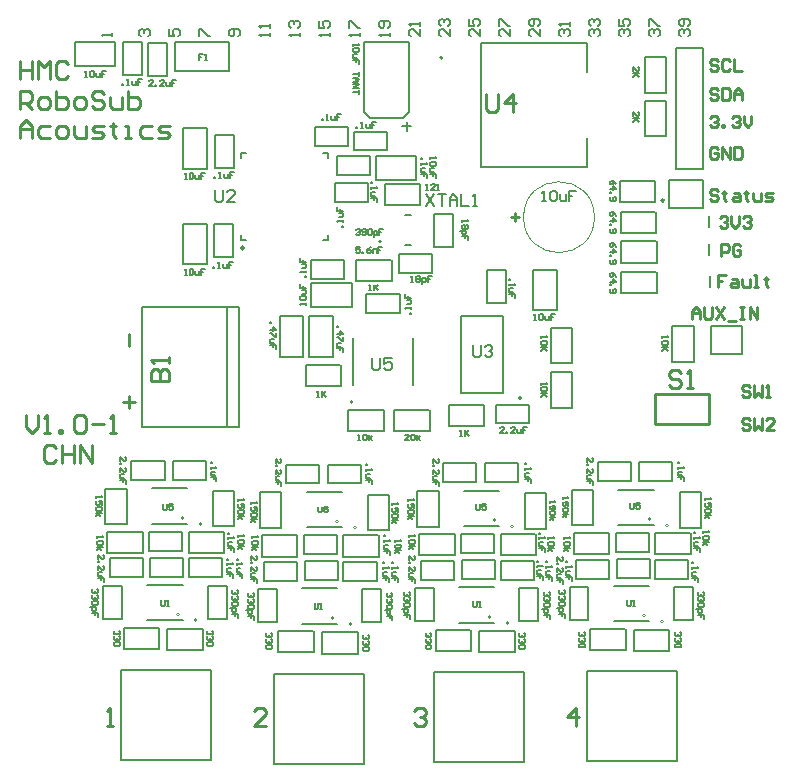
<source format=gto>
G04*
G04 #@! TF.GenerationSoftware,Altium Limited,Altium Designer,19.1.7 (138)*
G04*
G04 Layer_Color=65535*
%FSLAX25Y25*%
%MOIN*%
G70*
G01*
G75*
%ADD10C,0.00787*%
%ADD11C,0.00394*%
%ADD12C,0.00500*%
%ADD13C,0.00000*%
%ADD14C,0.01000*%
%ADD15C,0.00984*%
%ADD16C,0.00800*%
%ADD17C,0.00600*%
%ADD18C,0.00504*%
%ADD19R,0.01000X0.04000*%
D10*
X161642Y264681D02*
G03*
X161642Y264681I-394J0D01*
G01*
X182028Y325984D02*
G03*
X182028Y325984I-394J0D01*
G01*
X152098Y211303D02*
G03*
X152098Y211303I-394J0D01*
G01*
X165157Y255118D02*
Y258661D01*
X153347D02*
X164961D01*
X153347Y251575D02*
X165157D01*
Y255118D01*
X153347Y251575D02*
Y258661D01*
X262205Y224606D02*
X265748D01*
Y224803D02*
Y236417D01*
X258661Y224606D02*
Y236417D01*
Y224606D02*
X262205D01*
X258661Y236417D02*
X265748D01*
X271617Y236398D02*
X281890D01*
X271617Y227343D02*
Y236398D01*
Y227343D02*
X281890D01*
Y236398D01*
X241609Y247441D02*
Y254528D01*
X253420Y247441D02*
Y250984D01*
X241609Y247441D02*
X253420D01*
X241609Y254528D02*
X253223D01*
X253420Y250984D02*
Y254528D01*
X241609Y257677D02*
Y264764D01*
X253420Y257677D02*
Y261221D01*
X241609Y257677D02*
X253420D01*
X241609Y264764D02*
X253223D01*
X253420Y261221D02*
Y264764D01*
X241412Y267520D02*
Y274606D01*
X253223Y267520D02*
Y271063D01*
X241412Y267520D02*
X253223D01*
X241412Y274606D02*
X253027D01*
X253223Y271063D02*
Y274606D01*
X253027Y277756D02*
Y284842D01*
X241215Y281299D02*
Y284842D01*
X253027D01*
X241412Y277756D02*
X253027D01*
X241215D02*
Y281299D01*
X178512Y257500D02*
Y260650D01*
X167488Y260650D02*
X178512D01*
X167488Y254350D02*
Y260650D01*
Y254350D02*
X178512D01*
Y254350D02*
Y257500D01*
X200000Y244094D02*
X203150D01*
X203150D02*
Y255118D01*
X196850D02*
X203150D01*
X196850Y244094D02*
Y255118D01*
X196850Y244094D02*
X200000D01*
X212205Y255315D02*
X216142D01*
X212205Y241732D02*
Y255315D01*
Y241732D02*
X220079D01*
Y255315D01*
X216142D02*
X220079D01*
X195866Y203306D02*
Y210393D01*
X184055Y206850D02*
Y210393D01*
X195866D01*
X184252Y203306D02*
X195866D01*
X184055D02*
Y206850D01*
X211024Y207243D02*
Y210393D01*
X200000Y210393D02*
X211024D01*
X200000Y204094D02*
Y210393D01*
Y204094D02*
X211024D01*
Y204094D02*
Y207243D01*
X218110Y236024D02*
X225197D01*
X218110Y224213D02*
X221654D01*
X218110D02*
Y236024D01*
X225197Y224410D02*
Y236024D01*
X221654Y224213D02*
X225197D01*
X218110Y209252D02*
X225197D01*
X221654Y221063D02*
X225197D01*
Y209252D02*
Y221063D01*
X218110Y209252D02*
Y220866D01*
Y221063D02*
X221654D01*
X156693Y240903D02*
Y244052D01*
Y240903D02*
X167717D01*
Y247202D01*
X156693D02*
X167717D01*
X156693Y244052D02*
Y247202D01*
X182500Y262988D02*
X185650D01*
X185650D02*
Y274012D01*
X179350D02*
X185650D01*
X179350Y262988D02*
Y274012D01*
X179350Y262988D02*
X182500D01*
X162795Y276772D02*
Y283858D01*
X174606Y276772D02*
Y280315D01*
X162795Y276772D02*
X174606D01*
X162795Y283858D02*
X174409D01*
X174606Y280315D02*
Y283858D01*
X146063Y277953D02*
Y281102D01*
Y277953D02*
X157087D01*
Y284252D01*
X146063D02*
X157087D01*
X146063Y281102D02*
Y284252D01*
X157740Y289968D02*
Y293118D01*
X146716Y293118D02*
X157740D01*
X146716Y286819D02*
Y293118D01*
Y286819D02*
X157740D01*
Y286819D02*
Y289968D01*
X173291Y289181D02*
Y293118D01*
X159708D02*
X173291D01*
X159708Y285244D02*
Y293118D01*
Y285244D02*
X173291D01*
Y289181D01*
X163645Y298236D02*
Y301386D01*
X152622Y301386D02*
X163645D01*
X152622Y295087D02*
Y301386D01*
Y295087D02*
X163645D01*
Y295087D02*
Y298236D01*
X163386Y331201D02*
X170866D01*
X168865Y305906D02*
X170866Y307907D01*
X157907Y305906D02*
X168865D01*
X155905Y307907D02*
X157907Y305906D01*
X155905Y307874D02*
Y331102D01*
X163386Y331201D01*
X170866Y307907D02*
Y331102D01*
X168504Y303150D02*
X171653Y303248D01*
X170079Y301575D02*
Y304724D01*
X150653Y299811D02*
Y302961D01*
X139630Y302961D02*
X150653D01*
X139630Y296661D02*
Y302961D01*
Y296661D02*
X150653D01*
Y296661D02*
Y299811D01*
X92874Y321654D02*
Y326378D01*
Y321654D02*
X111024D01*
Y331102D01*
X92874D02*
X111024D01*
X92874Y326378D02*
Y331102D01*
X106165Y300205D02*
X109315D01*
X106165Y289181D02*
Y300205D01*
Y289181D02*
X112464D01*
Y300205D01*
X109315D02*
X112464D01*
X99472Y288984D02*
X103409D01*
Y302567D01*
X95535D02*
X103409D01*
X95535Y288984D02*
Y302567D01*
Y288984D02*
X99472D01*
X83858Y330906D02*
X87008D01*
X83858Y319882D02*
Y330906D01*
Y319882D02*
X90158D01*
Y330906D01*
X87008D02*
X90158D01*
X75590Y331102D02*
X78740D01*
X75590Y320079D02*
Y331102D01*
Y320079D02*
X81890D01*
Y331102D01*
X78740D02*
X81890D01*
X73032Y327165D02*
Y331102D01*
X59449D02*
X73032D01*
X59449Y323228D02*
Y331102D01*
Y323228D02*
X73032D01*
Y327165D01*
X249606Y299803D02*
X256693D01*
X253150Y311614D02*
X256693D01*
Y299803D02*
Y311614D01*
X249606Y299803D02*
Y311417D01*
Y311614D02*
X253150D01*
X249606Y314370D02*
X256693D01*
X253150Y326181D02*
X256693D01*
Y314370D02*
Y326181D01*
X249606Y314370D02*
Y325984D01*
Y326181D02*
X253150D01*
X138189Y252362D02*
Y255512D01*
Y252362D02*
X149213D01*
Y258661D01*
X138189D02*
X149213D01*
X138189Y255512D02*
Y258661D01*
X151772Y246850D02*
Y250787D01*
X138189D02*
X151772D01*
X138189Y242913D02*
Y250787D01*
Y242913D02*
X151772D01*
Y246850D01*
X105771Y270677D02*
X108921D01*
X105771Y259653D02*
Y270677D01*
Y259653D02*
X112071D01*
Y270677D01*
X108921D02*
X112071D01*
X99472Y257095D02*
X103409D01*
Y270677D01*
X95535D02*
X103409D01*
X95535Y257095D02*
Y270677D01*
Y257095D02*
X99472D01*
X127819Y239772D02*
X131756D01*
X127819Y226189D02*
Y239772D01*
Y226189D02*
X135693D01*
Y239772D01*
X131756D02*
X135693D01*
X137661D02*
X141598D01*
X137661Y226189D02*
Y239772D01*
Y226189D02*
X145535D01*
Y239772D01*
X141598D02*
X145535D01*
X136417Y216535D02*
Y223622D01*
X148228Y216535D02*
Y220079D01*
X136417Y216535D02*
X148228D01*
X136417Y223622D02*
X148031D01*
X148228Y220079D02*
Y223622D01*
X165945Y201617D02*
Y208704D01*
X177756Y201617D02*
Y205160D01*
X165945Y201617D02*
X177756D01*
X165945Y208704D02*
X177559D01*
X177756Y205160D02*
Y208704D01*
X162402Y201617D02*
Y208704D01*
X150591Y205160D02*
Y208704D01*
X162402D01*
X150787Y201617D02*
X162402D01*
X150591D02*
Y205160D01*
X247655Y184872D02*
Y188022D01*
Y184872D02*
X258678D01*
Y191171D01*
X247655D02*
X258678D01*
X247655Y188022D02*
Y191171D01*
X244899Y188022D02*
Y191171D01*
X233875Y191171D02*
X244899D01*
X233875Y184872D02*
Y191171D01*
Y184872D02*
X244899D01*
Y184872D02*
Y188022D01*
X196080Y187628D02*
Y190778D01*
Y190778D02*
X207103D01*
Y184478D02*
Y190778D01*
X196080Y184478D02*
X207103D01*
X196080Y184478D02*
Y187628D01*
X193324Y184478D02*
Y187628D01*
X182300Y184478D02*
X193324D01*
X182300D02*
Y190778D01*
X193324D01*
Y187628D02*
Y190778D01*
X143718Y187234D02*
Y190384D01*
Y190384D02*
X154741D01*
Y184085D02*
Y190384D01*
X143718Y184085D02*
X154741D01*
X143718Y184085D02*
Y187234D01*
X140962Y184085D02*
Y187234D01*
X129938Y184085D02*
X140962D01*
X129938D02*
Y190384D01*
X140962D01*
Y187234D02*
Y190384D01*
X92143Y188415D02*
Y191565D01*
Y191565D02*
X103166D01*
Y185266D02*
Y191565D01*
X92143Y185266D02*
X103166D01*
X92143Y185266D02*
Y188415D01*
X124803Y169321D02*
X128347D01*
Y169518D02*
Y181132D01*
X121260Y169321D02*
Y181132D01*
Y169321D02*
X124803D01*
X121260Y181132D02*
X128347D01*
X160647Y168550D02*
X164190D01*
Y168747D02*
Y180361D01*
X157103Y168550D02*
Y180361D01*
Y168550D02*
X160647D01*
X157103Y180361D02*
X164190D01*
X177165Y169715D02*
X180709D01*
Y169912D02*
Y181526D01*
X173622Y169715D02*
Y181526D01*
Y169715D02*
X177165D01*
X173622Y181526D02*
X180709D01*
X213009Y168944D02*
X216552D01*
Y169141D02*
Y180755D01*
X209466Y168944D02*
Y180755D01*
Y168944D02*
X213009D01*
X209466Y180755D02*
X216552D01*
X225197Y181919D02*
X232283D01*
X225197Y170108D02*
X228740D01*
X225197D02*
Y181919D01*
X232283Y170305D02*
Y181919D01*
X228740Y170108D02*
X232283D01*
X261040Y181149D02*
X268127D01*
X261040Y169338D02*
X264584D01*
X261040D02*
Y181149D01*
X268127Y169535D02*
Y181149D01*
X264584Y169338D02*
X268127D01*
X252970Y160463D02*
Y167549D01*
X264780Y160463D02*
Y164006D01*
X252970Y160463D02*
X264780D01*
X252970Y167549D02*
X264584D01*
X264780Y164006D02*
Y167549D01*
X239780Y161250D02*
Y164400D01*
Y161250D02*
X250804D01*
Y167549D01*
X239780D02*
X250804D01*
X239780Y164400D02*
Y167549D01*
X252970Y152375D02*
Y155525D01*
Y152375D02*
X263993D01*
Y158674D01*
X252970D02*
X263993D01*
X252970Y155525D02*
Y158674D01*
X240158Y152551D02*
Y155701D01*
Y152551D02*
X251181D01*
Y158850D01*
X240158D02*
X251181D01*
X240158Y155701D02*
Y158850D01*
X237615Y160463D02*
Y167549D01*
X225804Y164006D02*
Y167549D01*
X237615D01*
X226001Y160463D02*
X237615D01*
X225804D02*
Y164006D01*
X237598Y155525D02*
Y158674D01*
X226575Y158674D02*
X237598D01*
X226575Y152375D02*
Y158674D01*
Y152375D02*
X237598D01*
Y152375D02*
Y155525D01*
X213206Y163612D02*
Y167156D01*
X201395D02*
X213009D01*
X201395Y160069D02*
X213206D01*
Y163612D01*
X201395Y160069D02*
Y167156D01*
X188206Y164006D02*
Y167156D01*
Y167156D02*
X199229D01*
Y160856D02*
Y167156D01*
X188206Y160856D02*
X199229D01*
X188206Y160856D02*
Y164006D01*
X201395Y155131D02*
Y158281D01*
Y158281D02*
X212418D01*
Y151981D02*
Y158281D01*
X201395Y151981D02*
X212418D01*
X201395Y151981D02*
Y155131D01*
X188583Y155307D02*
Y158457D01*
Y158457D02*
X199606D01*
Y152157D02*
Y158457D01*
X188583Y152157D02*
X199606D01*
X188583Y152157D02*
Y155307D01*
X174229Y160069D02*
Y163612D01*
X174426Y160069D02*
X186040D01*
X174229Y167156D02*
X186040D01*
X174229Y163612D02*
Y167156D01*
X186040Y160069D02*
Y167156D01*
X186024Y151981D02*
Y155131D01*
X175000Y151981D02*
X186024D01*
X175000D02*
Y158281D01*
X186024D01*
Y155131D02*
Y158281D01*
X160844Y163219D02*
Y166762D01*
X149032D02*
X160647D01*
X149032Y159675D02*
X160844D01*
Y163219D01*
X149032Y159675D02*
Y166762D01*
X135844Y163612D02*
Y166762D01*
Y166762D02*
X146867D01*
Y160463D02*
Y166762D01*
X135844Y160463D02*
X146867D01*
X135844Y160463D02*
Y163612D01*
X121867Y159675D02*
Y163219D01*
X122064Y159675D02*
X133678D01*
X121867Y166762D02*
X133678D01*
X121867Y163219D02*
Y166762D01*
X133678Y159675D02*
Y166762D01*
X149032Y154737D02*
Y157887D01*
Y157887D02*
X160056D01*
Y151588D02*
Y157887D01*
X149032Y151588D02*
X160056D01*
X149032Y151588D02*
Y154737D01*
X136221Y154913D02*
Y158063D01*
Y158063D02*
X147244D01*
Y151764D02*
Y158063D01*
X136221Y151764D02*
X147244D01*
X136221Y151764D02*
Y154913D01*
X133661Y151588D02*
Y154737D01*
X122638Y151588D02*
X133661D01*
X122638D02*
Y157887D01*
X133661D01*
Y154737D02*
Y157887D01*
X262414Y138583D02*
X265564D01*
X265564D02*
Y149606D01*
X259265D02*
X265564D01*
X259265Y138583D02*
Y149606D01*
X259265Y138583D02*
X262414D01*
X227538D02*
X230688D01*
X230688D02*
Y149606D01*
X224389D02*
X230688D01*
X224389Y138583D02*
Y149606D01*
X224389Y138583D02*
X227538D01*
X207690Y138189D02*
X210840D01*
X207690D02*
Y149213D01*
X213989D01*
Y138189D02*
Y149213D01*
X210840Y138189D02*
X213989D01*
X172814D02*
X175964D01*
X172814D02*
Y149213D01*
X179113D01*
Y138189D02*
Y149213D01*
X175964Y138189D02*
X179113D01*
X155328Y137795D02*
X158477D01*
X155328D02*
Y148819D01*
X161627D01*
Y137795D02*
Y148819D01*
X158477Y137795D02*
X161627D01*
X120452D02*
X123601D01*
X120452D02*
Y148819D01*
X126751D01*
Y137795D02*
Y148819D01*
X123601Y137795D02*
X126751D01*
X257677Y128129D02*
Y135216D01*
X245866Y131672D02*
Y135216D01*
X257677D01*
X246063Y128129D02*
X257677D01*
X245866D02*
Y131672D01*
X231299Y128523D02*
Y135609D01*
X243110Y128523D02*
Y132066D01*
X231299Y128523D02*
X243110D01*
X231299Y135609D02*
X242913D01*
X243110Y132066D02*
Y135609D01*
X194291Y127735D02*
Y131279D01*
X194488Y127735D02*
X206102D01*
X194291Y134822D02*
X206102D01*
X194291Y131279D02*
Y134822D01*
X206102Y127735D02*
Y134822D01*
X191535Y131672D02*
Y135216D01*
X179724D02*
X191339D01*
X179724Y128129D02*
X191535D01*
Y131672D01*
X179724Y128129D02*
Y135216D01*
X141929Y127341D02*
Y130885D01*
X142126Y127341D02*
X153740D01*
X141929Y134428D02*
X153740D01*
X141929Y130885D02*
Y134428D01*
X153740Y127341D02*
Y134428D01*
X127362Y127735D02*
Y134822D01*
X139173Y127735D02*
Y131279D01*
X127362Y127735D02*
X139173D01*
X127362Y134822D02*
X138976D01*
X139173Y131279D02*
Y134822D01*
X89387Y185266D02*
Y188415D01*
X78363Y185266D02*
X89387D01*
X78363D02*
Y191565D01*
X89387D01*
Y188415D02*
Y191565D01*
X73228Y170502D02*
X76772D01*
Y170699D02*
Y182313D01*
X69685Y170502D02*
Y182313D01*
Y170502D02*
X73228D01*
X69685Y182313D02*
X76772D01*
X109072Y169731D02*
X112615D01*
Y169928D02*
Y181542D01*
X105529Y169731D02*
Y181542D01*
Y169731D02*
X109072D01*
X105529Y181542D02*
X112615D01*
X109269Y164400D02*
Y167943D01*
X97458D02*
X109072D01*
X97458Y160856D02*
X109269D01*
Y164400D01*
X97458Y160856D02*
Y167943D01*
X84269Y164793D02*
Y167943D01*
Y167943D02*
X95292D01*
Y161644D02*
Y167943D01*
X84269Y161644D02*
X95292D01*
X84269Y161644D02*
Y164793D01*
X70292Y160856D02*
Y164400D01*
X70489Y160856D02*
X82103D01*
X70292Y167943D02*
X82103D01*
X70292Y164400D02*
Y167943D01*
X82103Y160856D02*
Y167943D01*
X84646Y156095D02*
Y159244D01*
Y159244D02*
X95669D01*
Y152945D02*
Y159244D01*
X84646Y152945D02*
X95669D01*
X84646Y152945D02*
Y156095D01*
X97458Y155918D02*
Y159068D01*
Y159068D02*
X108481D01*
Y152769D02*
Y159068D01*
X97458Y152769D02*
X108481D01*
X97458Y152769D02*
Y155918D01*
X82087Y152769D02*
Y155918D01*
X71063Y152769D02*
X82087D01*
X71063D02*
Y159068D01*
X82087D01*
Y155918D02*
Y159068D01*
X68877Y138976D02*
X72026D01*
X68877D02*
Y150000D01*
X75176D01*
Y138976D02*
Y150000D01*
X72026Y138976D02*
X75176D01*
X103753D02*
X106903D01*
X103753D02*
Y150000D01*
X110052D01*
Y138976D02*
Y150000D01*
X106903Y138976D02*
X110052D01*
X90354Y128523D02*
Y132066D01*
X90551Y128523D02*
X102165D01*
X90354Y135609D02*
X102165D01*
X90354Y132066D02*
Y135609D01*
X102165Y128523D02*
Y135609D01*
X87598Y132460D02*
Y136003D01*
X75787D02*
X87402D01*
X75787Y128916D02*
X87598D01*
Y132460D01*
X75787Y128916D02*
Y136003D01*
X257382Y279183D02*
Y285236D01*
Y275787D02*
Y282037D01*
Y275787D02*
X268799D01*
Y285236D01*
X257382D02*
X268799D01*
X259842Y289055D02*
Y329213D01*
Y289055D02*
X268898D01*
Y329213D01*
X259842D02*
X268898D01*
X114826Y265165D02*
X116500D01*
X114826D02*
Y266839D01*
Y292626D02*
Y294299D01*
X116500D01*
X142287D02*
X143960D01*
Y292626D02*
Y294299D01*
X142287Y265165D02*
X143960D01*
Y266839D01*
X176500Y280436D02*
X179124Y276500D01*
Y280436D02*
X176500Y276500D01*
X180436Y280436D02*
X183060D01*
X181748D01*
Y276500D01*
X184371D02*
Y279124D01*
X185683Y280436D01*
X186995Y279124D01*
Y276500D01*
Y278468D01*
X184371D01*
X188307Y280436D02*
Y276500D01*
X190931D01*
X192243D02*
X193555D01*
X192899D01*
Y280436D01*
X192243Y279780D01*
X158661Y225983D02*
Y222703D01*
X159317Y222047D01*
X160629D01*
X161285Y222703D01*
Y225983D01*
X165221D02*
X162597D01*
Y224015D01*
X163909Y224671D01*
X164565D01*
X165221Y224015D01*
Y222703D01*
X164565Y222047D01*
X163253D01*
X162597Y222703D01*
X106299Y281889D02*
Y278609D01*
X106955Y277953D01*
X108267D01*
X108923Y278609D01*
Y281889D01*
X112859Y277953D02*
X110235D01*
X112859Y280577D01*
Y281233D01*
X112203Y281889D01*
X110891D01*
X110235Y281233D01*
D11*
X232677Y272835D02*
G03*
X232677Y272835I-11811J0D01*
G01*
D12*
X208276Y212538D02*
G03*
X208276Y212538I-500J0D01*
G01*
X169437Y263579D02*
X171563D01*
X169437Y273421D02*
X171563D01*
X230276Y91486D02*
X260276D01*
X230276Y121486D02*
X260276D01*
Y91486D02*
Y121486D01*
X230276Y95463D02*
Y121486D01*
Y91486D02*
Y95463D01*
X179095Y91092D02*
X209095D01*
X179095Y121092D02*
X209095D01*
Y91092D02*
Y121092D01*
X179095Y95069D02*
Y121092D01*
Y91092D02*
Y95069D01*
X125945Y90699D02*
X155945D01*
X125945Y120699D02*
X155945D01*
Y90699D02*
Y120699D01*
X125945Y94675D02*
Y120699D01*
Y90699D02*
Y94675D01*
X74764Y91880D02*
X104764D01*
X74764Y121880D02*
X104764D01*
Y91880D02*
Y121880D01*
X74764Y95856D02*
Y121880D01*
Y91880D02*
Y95856D01*
X230040Y289724D02*
X230060Y299193D01*
X230040Y330748D02*
X230060Y321280D01*
X195001Y330748D02*
X230040D01*
X195001Y289724D02*
X230040D01*
X195001D02*
Y330748D01*
X172087Y216929D02*
Y232677D01*
X152323Y216929D02*
Y232677D01*
X83559Y138480D02*
X95370D01*
X83559Y150291D02*
X95370D01*
X189092Y181652D02*
X200903D01*
X189092Y169841D02*
X200903D01*
X187496Y149504D02*
X199307D01*
X187496Y137693D02*
X199307D01*
X136729Y181258D02*
X148540D01*
X136729Y169447D02*
X148540D01*
X135134Y149110D02*
X146945D01*
X135134Y137299D02*
X146945D01*
X85154Y182439D02*
X96966D01*
X85154Y170628D02*
X96966D01*
X110236Y202992D02*
Y242992D01*
X81890Y202992D02*
X110236D01*
X114173D01*
Y242992D01*
X110236D02*
X114173D01*
X81890D02*
X110236D01*
X81890Y202992D02*
Y242992D01*
X240666Y170234D02*
X252477D01*
X240666Y182045D02*
X252477D01*
X239071Y138087D02*
X250882D01*
X239071Y149898D02*
X250882D01*
X244488Y177558D02*
Y175918D01*
X244816Y175591D01*
X245472D01*
X245800Y175918D01*
Y177558D01*
X247768D02*
X246456D01*
Y176575D01*
X247112Y176902D01*
X247440D01*
X247768Y176575D01*
Y175918D01*
X247440Y175591D01*
X246784D01*
X246456Y175918D01*
X193307Y177165D02*
Y175525D01*
X193635Y175197D01*
X194291D01*
X194619Y175525D01*
Y177165D01*
X196587D02*
X195275D01*
Y176181D01*
X195931Y176509D01*
X196259D01*
X196587Y176181D01*
Y175525D01*
X196259Y175197D01*
X195603D01*
X195275Y175525D01*
X140551Y176377D02*
Y174737D01*
X140879Y174409D01*
X141535D01*
X141863Y174737D01*
Y176377D01*
X143831D02*
X142519D01*
Y175393D01*
X143175Y175721D01*
X143503D01*
X143831Y175393D01*
Y174737D01*
X143503Y174409D01*
X142847D01*
X142519Y174737D01*
X243701Y145275D02*
Y143635D01*
X244029Y143307D01*
X244685D01*
X245013Y143635D01*
Y145275D01*
X245669Y143307D02*
X246325D01*
X245997D01*
Y145275D01*
X245669Y144947D01*
X192126Y144881D02*
Y143241D01*
X192454Y142913D01*
X193110D01*
X193438Y143241D01*
Y144881D01*
X194094Y142913D02*
X194750D01*
X194422D01*
Y144881D01*
X194094Y144553D01*
X139370Y144094D02*
Y142454D01*
X139698Y142126D01*
X140354D01*
X140682Y142454D01*
Y144094D01*
X141338Y142126D02*
X141994D01*
X141666D01*
Y144094D01*
X141338Y143766D01*
X88976Y177165D02*
Y175525D01*
X89304Y175197D01*
X89960D01*
X90288Y175525D01*
Y177165D01*
X92256D02*
X90944D01*
Y176181D01*
X91600Y176509D01*
X91928D01*
X92256Y176181D01*
Y175525D01*
X91928Y175197D01*
X91272D01*
X90944Y175525D01*
X88189Y145275D02*
Y143635D01*
X88517Y143307D01*
X89173D01*
X89501Y143635D01*
Y145275D01*
X90157Y143307D02*
X90813D01*
X90485D01*
Y145275D01*
X90157Y144947D01*
X148819Y269685D02*
X148491D01*
Y270013D01*
X148819D01*
Y269685D01*
Y271325D02*
Y271981D01*
Y271653D01*
X146851D01*
X147179Y271325D01*
X147507Y272965D02*
X148491D01*
X148819Y273293D01*
Y274277D01*
X147507D01*
X146851Y276245D02*
Y274933D01*
X147835D01*
Y275589D01*
Y274933D01*
X148819D01*
X217388Y148031D02*
X217716Y147704D01*
Y147048D01*
X217388Y146720D01*
X217060D01*
X216732Y147048D01*
Y147376D01*
Y147048D01*
X216404Y146720D01*
X216076D01*
X215748Y147048D01*
Y147704D01*
X216076Y148031D01*
X217388Y146064D02*
X217716Y145736D01*
Y145080D01*
X217388Y144752D01*
X217060D01*
X216732Y145080D01*
Y145408D01*
Y145080D01*
X216404Y144752D01*
X216076D01*
X215748Y145080D01*
Y145736D01*
X216076Y146064D01*
X217388Y144096D02*
X217716Y143768D01*
Y143112D01*
X217388Y142784D01*
X216076D01*
X215748Y143112D01*
Y143768D01*
X216076Y144096D01*
X217388D01*
X215092Y142128D02*
X217060D01*
Y141144D01*
X216732Y140816D01*
X216076D01*
X215748Y141144D01*
Y142128D01*
X217716Y138848D02*
Y140160D01*
X216732D01*
Y139504D01*
Y140160D01*
X215748D01*
X170866Y158531D02*
Y159843D01*
X172178Y158531D01*
X172506D01*
X172834Y158859D01*
Y159514D01*
X172506Y159843D01*
X170866Y157875D02*
X171194D01*
Y157547D01*
X170866D01*
Y157875D01*
Y154923D02*
Y156235D01*
X172178Y154923D01*
X172506D01*
X172834Y155251D01*
Y155907D01*
X172506Y156235D01*
X172178Y154267D02*
X171194D01*
X170866Y153939D01*
Y152955D01*
X172178D01*
X172834Y150987D02*
Y152299D01*
X171850D01*
Y151643D01*
Y152299D01*
X170866D01*
X213484Y158366D02*
X213812D01*
Y158038D01*
X213484D01*
Y158366D01*
Y156726D02*
Y156070D01*
Y156398D01*
X215452D01*
X215124Y156726D01*
X214796Y155086D02*
X213812D01*
X213484Y154758D01*
Y153774D01*
X214796D01*
X215452Y151807D02*
Y153119D01*
X214468D01*
Y152463D01*
Y153119D01*
X213484D01*
X216437Y158268D02*
X216765D01*
Y157940D01*
X216437D01*
Y158268D01*
Y156628D02*
Y155972D01*
Y156300D01*
X218405D01*
X218077Y156628D01*
X217749Y154988D02*
X216765D01*
X216437Y154660D01*
Y153676D01*
X217749D01*
X218405Y151708D02*
Y153020D01*
X217421D01*
Y152364D01*
Y153020D01*
X216437D01*
X170931Y148031D02*
X171259Y147704D01*
Y147048D01*
X170931Y146720D01*
X170603D01*
X170275Y147048D01*
Y147376D01*
Y147048D01*
X169947Y146720D01*
X169619D01*
X169291Y147048D01*
Y147704D01*
X169619Y148031D01*
X170931Y146064D02*
X171259Y145736D01*
Y145080D01*
X170931Y144752D01*
X170603D01*
X170275Y145080D01*
Y145408D01*
Y145080D01*
X169947Y144752D01*
X169619D01*
X169291Y145080D01*
Y145736D01*
X169619Y146064D01*
X170931Y144096D02*
X171259Y143768D01*
Y143112D01*
X170931Y142784D01*
X169619D01*
X169291Y143112D01*
Y143768D01*
X169619Y144096D01*
X170931D01*
X168635Y142128D02*
X170603D01*
Y141144D01*
X170275Y140816D01*
X169619D01*
X169291Y141144D01*
Y142128D01*
X171259Y138848D02*
Y140160D01*
X170275D01*
Y139504D01*
Y140160D01*
X169291D01*
X214272Y167717D02*
X214600D01*
Y167389D01*
X214272D01*
Y167717D01*
Y166077D02*
Y165421D01*
Y165749D01*
X216240D01*
X215912Y166077D01*
X215584Y164437D02*
X214600D01*
X214272Y164109D01*
Y163125D01*
X215584D01*
X216240Y161157D02*
Y162469D01*
X215256D01*
Y161813D01*
Y162469D01*
X214272D01*
X178740Y190814D02*
Y192126D01*
X180052Y190814D01*
X180380D01*
X180708Y191142D01*
Y191798D01*
X180380Y192126D01*
X178740Y190158D02*
X179068D01*
Y189830D01*
X178740D01*
Y190158D01*
Y187206D02*
Y188518D01*
X180052Y187206D01*
X180380D01*
X180708Y187534D01*
Y188190D01*
X180380Y188518D01*
X180052Y186550D02*
X179068D01*
X178740Y186222D01*
Y185239D01*
X180052D01*
X180708Y183271D02*
Y184582D01*
X179724D01*
Y183927D01*
Y184582D01*
X178740D01*
X209449Y190945D02*
X209777D01*
Y190617D01*
X209449D01*
Y190945D01*
Y189305D02*
Y188649D01*
Y188977D01*
X211417D01*
X211089Y189305D01*
X210761Y187665D02*
X209777D01*
X209449Y187337D01*
Y186353D01*
X210761D01*
X211417Y184385D02*
Y185697D01*
X210433D01*
Y185041D01*
Y185697D01*
X209449D01*
X209120Y134252D02*
X209448Y133924D01*
Y133268D01*
X209120Y132940D01*
X208792D01*
X208464Y133268D01*
Y133596D01*
Y133268D01*
X208136Y132940D01*
X207808D01*
X207480Y133268D01*
Y133924D01*
X207808Y134252D01*
X209120Y132284D02*
X209448Y131956D01*
Y131300D01*
X209120Y130972D01*
X208792D01*
X208464Y131300D01*
Y131628D01*
Y131300D01*
X208136Y130972D01*
X207808D01*
X207480Y131300D01*
Y131956D01*
X207808Y132284D01*
X209120Y130316D02*
X209448Y129988D01*
Y129332D01*
X209120Y129004D01*
X207808D01*
X207480Y129332D01*
Y129988D01*
X207808Y130316D01*
X209120D01*
X178018Y134252D02*
X178346Y133924D01*
Y133268D01*
X178018Y132940D01*
X177690D01*
X177362Y133268D01*
Y133596D01*
Y133268D01*
X177034Y132940D01*
X176706D01*
X176378Y133268D01*
Y133924D01*
X176706Y134252D01*
X178018Y132284D02*
X178346Y131956D01*
Y131300D01*
X178018Y130972D01*
X177690D01*
X177362Y131300D01*
Y131628D01*
Y131300D01*
X177034Y130972D01*
X176706D01*
X176378Y131300D01*
Y131956D01*
X176706Y132284D01*
X178018Y130316D02*
X178346Y129988D01*
Y129332D01*
X178018Y129004D01*
X176706D01*
X176378Y129332D01*
Y129988D01*
X176706Y130316D01*
X178018D01*
X217717Y178347D02*
Y177690D01*
Y178018D01*
X219684D01*
X219356Y178347D01*
X219684Y175395D02*
Y176707D01*
X218701D01*
X219028Y176051D01*
Y175723D01*
X218701Y175395D01*
X218044D01*
X217717Y175723D01*
Y176379D01*
X218044Y176707D01*
X219356Y174739D02*
X219684Y174411D01*
Y173755D01*
X219356Y173427D01*
X218044D01*
X217717Y173755D01*
Y174411D01*
X218044Y174739D01*
X219356D01*
X217717Y172771D02*
X219684D01*
X218373D02*
X219028Y171787D01*
X218373Y172771D02*
X217717Y171787D01*
X217224Y166142D02*
Y165486D01*
Y165814D01*
X219192D01*
X218864Y166142D01*
Y164502D02*
X219192Y164174D01*
Y163518D01*
X218864Y163190D01*
X217552D01*
X217224Y163518D01*
Y164174D01*
X217552Y164502D01*
X218864D01*
X217224Y162534D02*
X219192D01*
X217880D02*
X218536Y161550D01*
X217880Y162534D02*
X217224Y161550D01*
X170866Y166929D02*
Y166273D01*
Y166601D01*
X172834D01*
X172506Y166929D01*
Y165289D02*
X172834Y164961D01*
Y164305D01*
X172506Y163977D01*
X171194D01*
X170866Y164305D01*
Y164961D01*
X171194Y165289D01*
X172506D01*
X170866Y163321D02*
X172834D01*
X171522D02*
X172178Y162337D01*
X171522Y163321D02*
X170866Y162337D01*
X170472Y178740D02*
Y178084D01*
Y178412D01*
X172440D01*
X172112Y178740D01*
X172440Y175788D02*
Y177100D01*
X171456D01*
X171784Y176444D01*
Y176116D01*
X171456Y175788D01*
X170800D01*
X170472Y176116D01*
Y176772D01*
X170800Y177100D01*
X172112Y175132D02*
X172440Y174804D01*
Y174148D01*
X172112Y173820D01*
X170800D01*
X170472Y174148D01*
Y174804D01*
X170800Y175132D01*
X172112D01*
X170472Y173165D02*
X172440D01*
X171128D02*
X171784Y172181D01*
X171128Y173165D02*
X170472Y172181D01*
X165026Y147638D02*
X165354Y147310D01*
Y146654D01*
X165026Y146326D01*
X164698D01*
X164370Y146654D01*
Y146982D01*
Y146654D01*
X164042Y146326D01*
X163714D01*
X163386Y146654D01*
Y147310D01*
X163714Y147638D01*
X165026Y145670D02*
X165354Y145342D01*
Y144686D01*
X165026Y144358D01*
X164698D01*
X164370Y144686D01*
Y145014D01*
Y144686D01*
X164042Y144358D01*
X163714D01*
X163386Y144686D01*
Y145342D01*
X163714Y145670D01*
X165026Y143702D02*
X165354Y143374D01*
Y142718D01*
X165026Y142390D01*
X163714D01*
X163386Y142718D01*
Y143374D01*
X163714Y143702D01*
X165026D01*
X162730Y141734D02*
X164698D01*
Y140750D01*
X164370Y140422D01*
X163714D01*
X163386Y140750D01*
Y141734D01*
X165354Y138454D02*
Y139766D01*
X164370D01*
Y139110D01*
Y139766D01*
X163386D01*
X118110Y158531D02*
Y159843D01*
X119422Y158531D01*
X119750D01*
X120078Y158859D01*
Y159514D01*
X119750Y159843D01*
X118110Y157875D02*
X118438D01*
Y157547D01*
X118110D01*
Y157875D01*
Y154923D02*
Y156235D01*
X119422Y154923D01*
X119750D01*
X120078Y155251D01*
Y155907D01*
X119750Y156235D01*
X119422Y154267D02*
X118438D01*
X118110Y153939D01*
Y152955D01*
X119422D01*
X120078Y150987D02*
Y152299D01*
X119094D01*
Y151643D01*
Y152299D01*
X118110D01*
X162205Y157874D02*
X162533D01*
Y157546D01*
X162205D01*
Y157874D01*
Y156234D02*
Y155578D01*
Y155906D01*
X164173D01*
X163845Y156234D01*
X163517Y154594D02*
X162533D01*
X162205Y154266D01*
Y153282D01*
X163517D01*
X164173Y151314D02*
Y152626D01*
X163189D01*
Y151970D01*
Y152626D01*
X162205D01*
X165354Y157874D02*
X165682D01*
Y157546D01*
X165354D01*
Y157874D01*
Y156234D02*
Y155578D01*
Y155906D01*
X167322D01*
X166994Y156234D01*
X166666Y154594D02*
X165682D01*
X165354Y154266D01*
Y153282D01*
X166666D01*
X167322Y151314D02*
Y152626D01*
X166338D01*
Y151970D01*
Y152626D01*
X165354D01*
X118963Y147638D02*
X119291Y147310D01*
Y146654D01*
X118963Y146326D01*
X118635D01*
X118307Y146654D01*
Y146982D01*
Y146654D01*
X117979Y146326D01*
X117651D01*
X117323Y146654D01*
Y147310D01*
X117651Y147638D01*
X118963Y145670D02*
X119291Y145342D01*
Y144686D01*
X118963Y144358D01*
X118635D01*
X118307Y144686D01*
Y145014D01*
Y144686D01*
X117979Y144358D01*
X117651D01*
X117323Y144686D01*
Y145342D01*
X117651Y145670D01*
X118963Y143702D02*
X119291Y143374D01*
Y142718D01*
X118963Y142390D01*
X117651D01*
X117323Y142718D01*
Y143374D01*
X117651Y143702D01*
X118963D01*
X116667Y141734D02*
X118635D01*
Y140750D01*
X118307Y140422D01*
X117651D01*
X117323Y140750D01*
Y141734D01*
X119291Y138454D02*
Y139766D01*
X118307D01*
Y139110D01*
Y139766D01*
X117323D01*
X162598Y166929D02*
X162926D01*
Y166601D01*
X162598D01*
Y166929D01*
Y165289D02*
Y164633D01*
Y164961D01*
X164566D01*
X164238Y165289D01*
X163910Y163649D02*
X162926D01*
X162598Y163321D01*
Y162337D01*
X163910D01*
X164566Y160370D02*
Y161681D01*
X163582D01*
Y161026D01*
Y161681D01*
X162598D01*
X126378Y190814D02*
Y192126D01*
X127690Y190814D01*
X128018D01*
X128346Y191142D01*
Y191798D01*
X128018Y192126D01*
X126378Y190158D02*
X126706D01*
Y189830D01*
X126378D01*
Y190158D01*
Y187206D02*
Y188518D01*
X127690Y187206D01*
X128018D01*
X128346Y187534D01*
Y188190D01*
X128018Y188518D01*
X127690Y186550D02*
X126706D01*
X126378Y186222D01*
Y185239D01*
X127690D01*
X128346Y183271D02*
Y184582D01*
X127362D01*
Y183927D01*
Y184582D01*
X126378D01*
X156693Y190551D02*
X157021D01*
Y190223D01*
X156693D01*
Y190551D01*
Y188911D02*
Y188255D01*
Y188583D01*
X158661D01*
X158333Y188911D01*
X158005Y187271D02*
X157021D01*
X156693Y186943D01*
Y185959D01*
X158005D01*
X158661Y183992D02*
Y185303D01*
X157677D01*
Y184648D01*
Y185303D01*
X156693D01*
X157152Y133465D02*
X157480Y133137D01*
Y132481D01*
X157152Y132153D01*
X156824D01*
X156496Y132481D01*
Y132809D01*
Y132481D01*
X156168Y132153D01*
X155840D01*
X155512Y132481D01*
Y133137D01*
X155840Y133465D01*
X157152Y131497D02*
X157480Y131169D01*
Y130513D01*
X157152Y130185D01*
X156824D01*
X156496Y130513D01*
Y130841D01*
Y130513D01*
X156168Y130185D01*
X155840D01*
X155512Y130513D01*
Y131169D01*
X155840Y131497D01*
X157152Y129529D02*
X157480Y129201D01*
Y128545D01*
X157152Y128217D01*
X155840D01*
X155512Y128545D01*
Y129201D01*
X155840Y129529D01*
X157152D01*
X124868Y134252D02*
X125196Y133924D01*
Y133268D01*
X124868Y132940D01*
X124540D01*
X124212Y133268D01*
Y133596D01*
Y133268D01*
X123884Y132940D01*
X123556D01*
X123228Y133268D01*
Y133924D01*
X123556Y134252D01*
X124868Y132284D02*
X125196Y131956D01*
Y131300D01*
X124868Y130972D01*
X124540D01*
X124212Y131300D01*
Y131628D01*
Y131300D01*
X123884Y130972D01*
X123556D01*
X123228Y131300D01*
Y131956D01*
X123556Y132284D01*
X124868Y130316D02*
X125196Y129988D01*
Y129332D01*
X124868Y129004D01*
X123556D01*
X123228Y129332D01*
Y129988D01*
X123556Y130316D01*
X124868D01*
X165354Y177559D02*
Y176903D01*
Y177231D01*
X167322D01*
X166994Y177559D01*
X167322Y174607D02*
Y175919D01*
X166338D01*
X166666Y175263D01*
Y174935D01*
X166338Y174607D01*
X165682D01*
X165354Y174935D01*
Y175591D01*
X165682Y175919D01*
X166994Y173951D02*
X167322Y173623D01*
Y172967D01*
X166994Y172639D01*
X165682D01*
X165354Y172967D01*
Y173623D01*
X165682Y173951D01*
X166994D01*
X165354Y171983D02*
X167322D01*
X166010D02*
X166666Y171000D01*
X166010Y171983D02*
X165354Y171000D01*
X166142Y165354D02*
Y164698D01*
Y165026D01*
X168110D01*
X167782Y165354D01*
Y163714D02*
X168110Y163386D01*
Y162731D01*
X167782Y162402D01*
X166470D01*
X166142Y162731D01*
Y163386D01*
X166470Y163714D01*
X167782D01*
X166142Y161747D02*
X168110D01*
X166798D02*
X167454Y160763D01*
X166798Y161747D02*
X166142Y160763D01*
X118504Y166535D02*
Y165879D01*
Y166207D01*
X120472D01*
X120144Y166535D01*
Y164895D02*
X120472Y164568D01*
Y163912D01*
X120144Y163584D01*
X118832D01*
X118504Y163912D01*
Y164568D01*
X118832Y164895D01*
X120144D01*
X118504Y162928D02*
X120472D01*
X119160D02*
X119816Y161944D01*
X119160Y162928D02*
X118504Y161944D01*
X118110Y177953D02*
Y177297D01*
Y177625D01*
X120078D01*
X119750Y177953D01*
X120078Y175001D02*
Y176313D01*
X119094D01*
X119422Y175657D01*
Y175329D01*
X119094Y175001D01*
X118438D01*
X118110Y175329D01*
Y175985D01*
X118438Y176313D01*
X119750Y174345D02*
X120078Y174017D01*
Y173361D01*
X119750Y173033D01*
X118438D01*
X118110Y173361D01*
Y174017D01*
X118438Y174345D01*
X119750D01*
X118110Y172377D02*
X120078D01*
X118766D02*
X119422Y171393D01*
X118766Y172377D02*
X118110Y171393D01*
X113451Y148425D02*
X113779Y148097D01*
Y147441D01*
X113451Y147113D01*
X113123D01*
X112795Y147441D01*
Y147769D01*
Y147441D01*
X112467Y147113D01*
X112139D01*
X111811Y147441D01*
Y148097D01*
X112139Y148425D01*
X113451Y146457D02*
X113779Y146129D01*
Y145473D01*
X113451Y145145D01*
X113123D01*
X112795Y145473D01*
Y145801D01*
Y145473D01*
X112467Y145145D01*
X112139D01*
X111811Y145473D01*
Y146129D01*
X112139Y146457D01*
X113451Y144490D02*
X113779Y144161D01*
Y143506D01*
X113451Y143178D01*
X112139D01*
X111811Y143506D01*
Y144161D01*
X112139Y144490D01*
X113451D01*
X111155Y142522D02*
X113123D01*
Y141538D01*
X112795Y141210D01*
X112139D01*
X111811Y141538D01*
Y142522D01*
X113779Y139242D02*
Y140554D01*
X112795D01*
Y139898D01*
Y140554D01*
X111811D01*
X67323Y158924D02*
Y160236D01*
X68635Y158924D01*
X68963D01*
X69291Y159252D01*
Y159908D01*
X68963Y160236D01*
X67323Y158268D02*
X67651D01*
Y157940D01*
X67323D01*
Y158268D01*
Y155317D02*
Y156629D01*
X68635Y155317D01*
X68963D01*
X69291Y155645D01*
Y156300D01*
X68963Y156629D01*
X68635Y154661D02*
X67651D01*
X67323Y154333D01*
Y153349D01*
X68635D01*
X69291Y151381D02*
Y152693D01*
X68307D01*
Y152037D01*
Y152693D01*
X67323D01*
X110236Y159055D02*
X110564D01*
Y158727D01*
X110236D01*
Y159055D01*
Y157415D02*
Y156759D01*
Y157087D01*
X112204D01*
X111876Y157415D01*
X111548Y155775D02*
X110564D01*
X110236Y155447D01*
Y154463D01*
X111548D01*
X112204Y152496D02*
Y153807D01*
X111220D01*
Y153152D01*
Y153807D01*
X110236D01*
X113386Y159055D02*
X113714D01*
Y158727D01*
X113386D01*
Y159055D01*
Y157415D02*
Y156759D01*
Y157087D01*
X115354D01*
X115026Y157415D01*
X114698Y155775D02*
X113714D01*
X113386Y155447D01*
Y154463D01*
X114698D01*
X115354Y152496D02*
Y153807D01*
X114370D01*
Y153152D01*
Y153807D01*
X113386D01*
X66994Y148819D02*
X67322Y148491D01*
Y147835D01*
X66994Y147507D01*
X66666D01*
X66338Y147835D01*
Y148163D01*
Y147835D01*
X66010Y147507D01*
X65682D01*
X65354Y147835D01*
Y148491D01*
X65682Y148819D01*
X66994Y146851D02*
X67322Y146523D01*
Y145867D01*
X66994Y145539D01*
X66666D01*
X66338Y145867D01*
Y146195D01*
Y145867D01*
X66010Y145539D01*
X65682D01*
X65354Y145867D01*
Y146523D01*
X65682Y146851D01*
X66994Y144883D02*
X67322Y144555D01*
Y143899D01*
X66994Y143571D01*
X65682D01*
X65354Y143899D01*
Y144555D01*
X65682Y144883D01*
X66994D01*
X64698Y142915D02*
X66666D01*
Y141931D01*
X66338Y141603D01*
X65682D01*
X65354Y141931D01*
Y142915D01*
X67322Y139636D02*
Y140947D01*
X66338D01*
Y140292D01*
Y140947D01*
X65354D01*
X110630Y167717D02*
X110958D01*
Y167389D01*
X110630D01*
Y167717D01*
Y166077D02*
Y165421D01*
Y165749D01*
X112598D01*
X112270Y166077D01*
X111942Y164437D02*
X110958D01*
X110630Y164109D01*
Y163125D01*
X111942D01*
X112598Y161157D02*
Y162469D01*
X111614D01*
Y161813D01*
Y162469D01*
X110630D01*
X74410Y191602D02*
Y192913D01*
X75721Y191602D01*
X76049D01*
X76377Y191929D01*
Y192585D01*
X76049Y192913D01*
X74410Y190945D02*
X74737D01*
Y190618D01*
X74410D01*
Y190945D01*
Y187994D02*
Y189306D01*
X75721Y187994D01*
X76049D01*
X76377Y188322D01*
Y188978D01*
X76049Y189306D01*
X75721Y187338D02*
X74737D01*
X74410Y187010D01*
Y186026D01*
X75721D01*
X76377Y184058D02*
Y185370D01*
X75393D01*
Y184714D01*
Y185370D01*
X74410D01*
X104724Y191339D02*
X105052D01*
Y191011D01*
X104724D01*
Y191339D01*
Y189699D02*
Y189043D01*
Y189371D01*
X106692D01*
X106364Y189699D01*
X106036Y188059D02*
X105052D01*
X104724Y187731D01*
Y186747D01*
X106036D01*
X106692Y184779D02*
Y186091D01*
X105708D01*
Y185435D01*
Y186091D01*
X104724D01*
X105183Y135039D02*
X105511Y134711D01*
Y134055D01*
X105183Y133728D01*
X104855D01*
X104527Y134055D01*
Y134383D01*
Y134055D01*
X104199Y133728D01*
X103871D01*
X103543Y134055D01*
Y134711D01*
X103871Y135039D01*
X105183Y133071D02*
X105511Y132744D01*
Y132088D01*
X105183Y131760D01*
X104855D01*
X104527Y132088D01*
Y132416D01*
Y132088D01*
X104199Y131760D01*
X103871D01*
X103543Y132088D01*
Y132744D01*
X103871Y133071D01*
X105183Y131104D02*
X105511Y130776D01*
Y130120D01*
X105183Y129792D01*
X103871D01*
X103543Y130120D01*
Y130776D01*
X103871Y131104D01*
X105183D01*
X74081Y135039D02*
X74409Y134711D01*
Y134055D01*
X74081Y133728D01*
X73753D01*
X73425Y134055D01*
Y134383D01*
Y134055D01*
X73097Y133728D01*
X72769D01*
X72441Y134055D01*
Y134711D01*
X72769Y135039D01*
X74081Y133071D02*
X74409Y132744D01*
Y132088D01*
X74081Y131760D01*
X73753D01*
X73425Y132088D01*
Y132416D01*
Y132088D01*
X73097Y131760D01*
X72769D01*
X72441Y132088D01*
Y132744D01*
X72769Y133071D01*
X74081Y131104D02*
X74409Y130776D01*
Y130120D01*
X74081Y129792D01*
X72769D01*
X72441Y130120D01*
Y130776D01*
X72769Y131104D01*
X74081D01*
X113779Y178740D02*
Y178084D01*
Y178412D01*
X115747D01*
X115419Y178740D01*
X115747Y175788D02*
Y177100D01*
X114763D01*
X115091Y176444D01*
Y176116D01*
X114763Y175788D01*
X114108D01*
X113779Y176116D01*
Y176772D01*
X114108Y177100D01*
X115419Y175132D02*
X115747Y174804D01*
Y174148D01*
X115419Y173820D01*
X114108D01*
X113779Y174148D01*
Y174804D01*
X114108Y175132D01*
X115419D01*
X113779Y173165D02*
X115747D01*
X114436D02*
X115091Y172181D01*
X114436Y173165D02*
X113779Y172181D01*
Y166929D02*
Y166273D01*
Y166601D01*
X115747D01*
X115419Y166929D01*
Y165289D02*
X115747Y164961D01*
Y164305D01*
X115419Y163977D01*
X114108D01*
X113779Y164305D01*
Y164961D01*
X114108Y165289D01*
X115419D01*
X113779Y163321D02*
X115747D01*
X114436D02*
X115091Y162337D01*
X114436Y163321D02*
X113779Y162337D01*
X66929Y166535D02*
Y165879D01*
Y166207D01*
X68897D01*
X68569Y166535D01*
Y164895D02*
X68897Y164568D01*
Y163912D01*
X68569Y163584D01*
X67257D01*
X66929Y163912D01*
Y164568D01*
X67257Y164895D01*
X68569D01*
X66929Y162928D02*
X68897D01*
X67585D02*
X68241Y161944D01*
X67585Y162928D02*
X66929Y161944D01*
X66535Y179921D02*
Y179265D01*
Y179593D01*
X68503D01*
X68175Y179921D01*
X68503Y176970D02*
Y178281D01*
X67519D01*
X67847Y177625D01*
Y177297D01*
X67519Y176970D01*
X66863D01*
X66535Y177297D01*
Y177953D01*
X66863Y178281D01*
X68175Y176313D02*
X68503Y175986D01*
Y175330D01*
X68175Y175002D01*
X66863D01*
X66535Y175330D01*
Y175986D01*
X66863Y176313D01*
X68175D01*
X66535Y174346D02*
X68503D01*
X67191D02*
X67847Y173362D01*
X67191Y174346D02*
X66535Y173362D01*
X214961Y233071D02*
Y232415D01*
Y232743D01*
X216929D01*
X216600Y233071D01*
Y231431D02*
X216929Y231103D01*
Y230447D01*
X216600Y230119D01*
X215289D01*
X214961Y230447D01*
Y231103D01*
X215289Y231431D01*
X216600D01*
X216929Y229463D02*
X214961D01*
X215617D01*
X216929Y228151D01*
X215945Y229135D01*
X214961Y228151D01*
X215354Y278346D02*
X216404D01*
X215879D01*
Y281495D01*
X215354Y280970D01*
X217978D02*
X218503Y281495D01*
X219552D01*
X220077Y280970D01*
Y278871D01*
X219552Y278346D01*
X218503D01*
X217978Y278871D01*
Y280970D01*
X221127Y280446D02*
Y278871D01*
X221652Y278346D01*
X223226D01*
Y280446D01*
X226374Y281495D02*
X224275D01*
Y279921D01*
X225325D01*
X224275D01*
Y278346D01*
X192126Y230314D02*
Y227034D01*
X192782Y226378D01*
X194094D01*
X194750Y227034D01*
Y230314D01*
X196062Y229658D02*
X196718Y230314D01*
X198030D01*
X198686Y229658D01*
Y229002D01*
X198030Y228346D01*
X197374D01*
X198030D01*
X198686Y227690D01*
Y227034D01*
X198030Y226378D01*
X196718D01*
X196062Y227034D01*
X222047Y179528D02*
Y178872D01*
Y179200D01*
X224015D01*
X223687Y179528D01*
X224015Y176576D02*
Y177888D01*
X223031D01*
X223359Y177232D01*
Y176904D01*
X223031Y176576D01*
X222375D01*
X222047Y176904D01*
Y177560D01*
X222375Y177888D01*
X223687Y175920D02*
X224015Y175592D01*
Y174936D01*
X223687Y174608D01*
X222375D01*
X222047Y174936D01*
Y175592D01*
X222375Y175920D01*
X223687D01*
X222047Y173952D02*
X224015D01*
X222703D02*
X223359Y172968D01*
X222703Y173952D02*
X222047Y172968D01*
X176504Y281815D02*
X177160D01*
X176832D01*
Y283783D01*
X176504Y283455D01*
X179456Y281815D02*
X178144D01*
X179456Y283127D01*
Y283455D01*
X179128Y283783D01*
X178472D01*
X178144Y283455D01*
X180112Y281815D02*
X180768D01*
X180440D01*
Y283783D01*
X180112Y283455D01*
X187795Y200000D02*
X188451D01*
X188123D01*
Y201968D01*
X187795Y201640D01*
X189435Y201968D02*
Y200000D01*
Y200656D01*
X190747Y201968D01*
X189763Y200984D01*
X190747Y200000D01*
X214961Y217717D02*
Y217061D01*
Y217389D01*
X216929D01*
X216600Y217717D01*
Y216077D02*
X216929Y215749D01*
Y215093D01*
X216600Y214765D01*
X215289D01*
X214961Y215093D01*
Y215749D01*
X215289Y216077D01*
X216600D01*
X216929Y214109D02*
X214961D01*
X215617D01*
X216929Y212797D01*
X215945Y213781D01*
X214961Y212797D01*
X239763Y262861D02*
X239435Y263517D01*
X238779Y264173D01*
X238123D01*
X237795Y263845D01*
Y263189D01*
X238123Y262861D01*
X238451D01*
X238779Y263189D01*
Y264173D01*
X237795Y261221D02*
X239763D01*
X238779Y262205D01*
Y260894D01*
X237795Y260238D02*
X238123D01*
Y259910D01*
X237795D01*
Y260238D01*
X238123Y258598D02*
X237795Y258270D01*
Y257614D01*
X238123Y257286D01*
X239435D01*
X239763Y257614D01*
Y258270D01*
X239435Y258598D01*
X239107D01*
X238779Y258270D01*
Y257286D01*
X239763Y283728D02*
X239435Y284383D01*
X238779Y285039D01*
X238123D01*
X237795Y284711D01*
Y284055D01*
X238123Y283728D01*
X238451D01*
X238779Y284055D01*
Y285039D01*
X237795Y282088D02*
X239763D01*
X238779Y283071D01*
Y281760D01*
X237795Y281104D02*
X238123D01*
Y280776D01*
X237795D01*
Y281104D01*
X238123Y279464D02*
X237795Y279136D01*
Y278480D01*
X238123Y278152D01*
X239435D01*
X239763Y278480D01*
Y279136D01*
X239435Y279464D01*
X239107D01*
X238779Y279136D01*
Y278152D01*
X239763Y253019D02*
X239435Y253675D01*
X238779Y254331D01*
X238123D01*
X237795Y254003D01*
Y253347D01*
X238123Y253019D01*
X238451D01*
X238779Y253347D01*
Y254331D01*
X237795Y251379D02*
X239763D01*
X238779Y252363D01*
Y251051D01*
X237795Y250395D02*
X238123D01*
Y250067D01*
X237795D01*
Y250395D01*
X238123Y248755D02*
X237795Y248427D01*
Y247771D01*
X238123Y247443D01*
X239435D01*
X239763Y247771D01*
Y248427D01*
X239435Y248755D01*
X239107D01*
X238779Y248427D01*
Y247443D01*
X239763Y273097D02*
X239435Y273753D01*
X238779Y274410D01*
X238123D01*
X237795Y274081D01*
Y273426D01*
X238123Y273097D01*
X238451D01*
X238779Y273426D01*
Y274410D01*
X237795Y271458D02*
X239763D01*
X238779Y272442D01*
Y271130D01*
X237795Y270474D02*
X238123D01*
Y270146D01*
X237795D01*
Y270474D01*
X238123Y268834D02*
X237795Y268506D01*
Y267850D01*
X238123Y267522D01*
X239435D01*
X239763Y267850D01*
Y268506D01*
X239435Y268834D01*
X239107D01*
X238779Y268506D01*
Y267522D01*
X222638Y166240D02*
Y165584D01*
Y165912D01*
X224606D01*
X224278Y166240D01*
Y164600D02*
X224606Y164272D01*
Y163616D01*
X224278Y163288D01*
X222966D01*
X222638Y163616D01*
Y164272D01*
X222966Y164600D01*
X224278D01*
X222638Y162632D02*
X224606D01*
X223294D02*
X223950Y161648D01*
X223294Y162632D02*
X222638Y161648D01*
X140157Y212992D02*
X140813D01*
X140486D01*
Y214960D01*
X140157Y214632D01*
X141797Y214960D02*
Y212992D01*
Y213648D01*
X143109Y214960D01*
X142125Y213976D01*
X143109Y212992D01*
X268799Y168209D02*
Y167553D01*
Y167881D01*
X270767D01*
X270439Y168209D01*
Y166569D02*
X270767Y166241D01*
Y165585D01*
X270439Y165257D01*
X269127D01*
X268799Y165585D01*
Y166241D01*
X269127Y166569D01*
X270439D01*
X268799Y164601D02*
X270767D01*
X269455D02*
X270111Y163617D01*
X269455Y164601D02*
X268799Y163617D01*
X269685Y179134D02*
Y178478D01*
Y178806D01*
X271653D01*
X271325Y179134D01*
X271653Y176182D02*
Y177494D01*
X270669D01*
X270997Y176838D01*
Y176510D01*
X270669Y176182D01*
X270013D01*
X269685Y176510D01*
Y177166D01*
X270013Y177494D01*
X271325Y175526D02*
X271653Y175198D01*
Y174542D01*
X271325Y174214D01*
X270013D01*
X269685Y174542D01*
Y175198D01*
X270013Y175526D01*
X271325D01*
X269685Y173558D02*
X271653D01*
X270341D02*
X270997Y172574D01*
X270341Y173558D02*
X269685Y172574D01*
X170997Y198425D02*
X169685D01*
X170997Y199737D01*
Y200065D01*
X170669Y200393D01*
X170013D01*
X169685Y200065D01*
X171653D02*
X171981Y200393D01*
X172637D01*
X172965Y200065D01*
Y198753D01*
X172637Y198425D01*
X171981D01*
X171653Y198753D01*
Y200065D01*
X173621Y198425D02*
Y200393D01*
Y199081D02*
X174605Y199737D01*
X173621Y199081D02*
X174605Y198425D01*
X153937D02*
X154593D01*
X154265D01*
Y200393D01*
X153937Y200065D01*
X155577D02*
X155905Y200393D01*
X156561D01*
X156889Y200065D01*
Y198753D01*
X156561Y198425D01*
X155905D01*
X155577Y198753D01*
Y200065D01*
X157545Y198425D02*
Y200393D01*
Y199081D02*
X158529Y199737D01*
X157545Y199081D02*
X158529Y198425D01*
X245669Y321523D02*
Y322835D01*
X246981Y321523D01*
X247309D01*
X247637Y321851D01*
Y322507D01*
X247309Y322835D01*
X247637Y320867D02*
X245669D01*
X246325D01*
X247637Y319555D01*
X246653Y320539D01*
X245669Y319555D01*
Y306562D02*
Y307874D01*
X246981Y306562D01*
X247309D01*
X247637Y306890D01*
Y307546D01*
X247309Y307874D01*
X247637Y305906D02*
X245669D01*
X246325D01*
X247637Y304594D01*
X246653Y305578D01*
X245669Y304594D01*
X229199Y134646D02*
X229527Y134318D01*
Y133662D01*
X229199Y133334D01*
X228871D01*
X228543Y133662D01*
Y133990D01*
Y133662D01*
X228215Y133334D01*
X227887D01*
X227559Y133662D01*
Y134318D01*
X227887Y134646D01*
X229199Y132678D02*
X229527Y132350D01*
Y131694D01*
X229199Y131366D01*
X228871D01*
X228543Y131694D01*
Y132022D01*
Y131694D01*
X228215Y131366D01*
X227887D01*
X227559Y131694D01*
Y132350D01*
X227887Y132678D01*
X229199Y130710D02*
X229527Y130382D01*
Y129726D01*
X229199Y129398D01*
X227887D01*
X227559Y129726D01*
Y130382D01*
X227887Y130710D01*
X229199D01*
X261089Y134646D02*
X261417Y134318D01*
Y133662D01*
X261089Y133334D01*
X260761D01*
X260433Y133662D01*
Y133990D01*
Y133662D01*
X260105Y133334D01*
X259777D01*
X259449Y133662D01*
Y134318D01*
X259777Y134646D01*
X261089Y132678D02*
X261417Y132350D01*
Y131694D01*
X261089Y131366D01*
X260761D01*
X260433Y131694D01*
Y132022D01*
Y131694D01*
X260105Y131366D01*
X259777D01*
X259449Y131694D01*
Y132350D01*
X259777Y132678D01*
X261089Y130710D02*
X261417Y130382D01*
Y129726D01*
X261089Y129398D01*
X259777D01*
X259449Y129726D01*
Y130382D01*
X259777Y130710D01*
X261089D01*
X102099Y327165D02*
X100787D01*
Y326181D01*
X101443D01*
X100787D01*
Y325197D01*
X102755D02*
X103411D01*
X103083D01*
Y327165D01*
X102755Y326837D01*
X260630Y191339D02*
X260958D01*
Y191011D01*
X260630D01*
Y191339D01*
Y189699D02*
Y189043D01*
Y189371D01*
X262598D01*
X262270Y189699D01*
X261942Y188059D02*
X260958D01*
X260630Y187731D01*
Y186747D01*
X261942D01*
X262598Y184779D02*
Y186091D01*
X261614D01*
Y185435D01*
Y186091D01*
X260630D01*
X230315Y191208D02*
Y192520D01*
X231627Y191208D01*
X231955D01*
X232283Y191536D01*
Y192192D01*
X231955Y192520D01*
X230315Y190552D02*
X230643D01*
Y190224D01*
X230315D01*
Y190552D01*
Y187600D02*
Y188912D01*
X231627Y187600D01*
X231955D01*
X232283Y187928D01*
Y188584D01*
X231955Y188912D01*
X231627Y186944D02*
X230643D01*
X230315Y186616D01*
Y185632D01*
X231627D01*
X232283Y183664D02*
Y184976D01*
X231299D01*
Y184320D01*
Y184976D01*
X230315D01*
X265846Y167815D02*
X266174D01*
Y167487D01*
X265846D01*
Y167815D01*
Y166175D02*
Y165519D01*
Y165847D01*
X267814D01*
X267486Y166175D01*
X267158Y164535D02*
X266174D01*
X265846Y164207D01*
Y163223D01*
X267158D01*
X267814Y161255D02*
Y162567D01*
X266830D01*
Y161911D01*
Y162567D01*
X265846D01*
X188500Y272000D02*
Y271344D01*
Y271672D01*
X190468D01*
X190140Y272000D01*
Y270360D02*
X190468Y270032D01*
Y269376D01*
X190140Y269048D01*
X189812D01*
X189484Y269376D01*
X189156Y269048D01*
X188828D01*
X188500Y269376D01*
Y270032D01*
X188828Y270360D01*
X189156D01*
X189484Y270032D01*
X189812Y270360D01*
X190140D01*
X189484Y270032D02*
Y269376D01*
X187844Y268392D02*
X189812D01*
Y267408D01*
X189484Y267080D01*
X188828D01*
X188500Y267408D01*
Y268392D01*
X190468Y265112D02*
Y266424D01*
X189484D01*
Y265768D01*
Y266424D01*
X188500D01*
X171653Y251181D02*
X172310D01*
X171982D01*
Y253149D01*
X171653Y252821D01*
X173293D02*
X173621Y253149D01*
X174277D01*
X174605Y252821D01*
Y252493D01*
X174277Y252165D01*
X174605Y251837D01*
Y251509D01*
X174277Y251181D01*
X173621D01*
X173293Y251509D01*
Y251837D01*
X173621Y252165D01*
X173293Y252493D01*
Y252821D01*
X173621Y252165D02*
X174277D01*
X175261Y250525D02*
Y252493D01*
X176245D01*
X176573Y252165D01*
Y251509D01*
X176245Y251181D01*
X175261D01*
X178541Y253149D02*
X177229D01*
Y252165D01*
X177885D01*
X177229D01*
Y251181D01*
X202493Y200787D02*
X201181D01*
X202493Y202099D01*
Y202427D01*
X202165Y202755D01*
X201509D01*
X201181Y202427D01*
X203149Y200787D02*
Y201115D01*
X203477D01*
Y200787D01*
X203149D01*
X206101D02*
X204789D01*
X206101Y202099D01*
Y202427D01*
X205773Y202755D01*
X205117D01*
X204789Y202427D01*
X206757Y202099D02*
Y201115D01*
X207085Y200787D01*
X208069D01*
Y202099D01*
X210036Y202755D02*
X208725D01*
Y201771D01*
X209381D01*
X208725D01*
Y200787D01*
X75197Y316929D02*
Y317257D01*
X75525D01*
Y316929D01*
X75197D01*
X76837D02*
X77493D01*
X77165D01*
Y318897D01*
X76837Y318569D01*
X78477Y318241D02*
Y317257D01*
X78805Y316929D01*
X79789D01*
Y318241D01*
X81756Y318897D02*
X80445D01*
Y317913D01*
X81100D01*
X80445D01*
Y316929D01*
X85564Y316535D02*
X84252D01*
X85564Y317847D01*
Y318175D01*
X85236Y318503D01*
X84580D01*
X84252Y318175D01*
X86220Y316535D02*
Y316863D01*
X86548D01*
Y316535D01*
X86220D01*
X89172D02*
X87860D01*
X89172Y317847D01*
Y318175D01*
X88844Y318503D01*
X88188D01*
X87860Y318175D01*
X89828Y317847D02*
Y316863D01*
X90156Y316535D01*
X91140D01*
Y317847D01*
X93107Y318503D02*
X91795D01*
Y317519D01*
X92451D01*
X91795D01*
Y316535D01*
X62992Y319685D02*
X63648D01*
X63320D01*
Y321653D01*
X62992Y321325D01*
X64632D02*
X64960Y321653D01*
X65616D01*
X65944Y321325D01*
Y320013D01*
X65616Y319685D01*
X64960D01*
X64632Y320013D01*
Y321325D01*
X66600Y320997D02*
Y320013D01*
X66928Y319685D01*
X67912D01*
Y320997D01*
X69880Y321653D02*
X68568D01*
Y320669D01*
X69224D01*
X68568D01*
Y319685D01*
X171653Y240551D02*
X171326D01*
Y240879D01*
X171653D01*
Y240551D01*
Y242191D02*
Y242847D01*
Y242519D01*
X169686D01*
X170014Y242191D01*
X170342Y243831D02*
X171326D01*
X171653Y244159D01*
Y245143D01*
X170342D01*
X169686Y247111D02*
Y245799D01*
X170670D01*
Y246455D01*
Y245799D01*
X171653D01*
X152362Y330709D02*
Y330053D01*
Y330381D01*
X154330D01*
X154002Y330709D01*
Y329069D02*
X154330Y328741D01*
Y328085D01*
X154002Y327757D01*
X152690D01*
X152362Y328085D01*
Y328741D01*
X152690Y329069D01*
X154002D01*
X153674Y327101D02*
X152690D01*
X152362Y326773D01*
Y325789D01*
X153674D01*
X154330Y323821D02*
Y325133D01*
X153346D01*
Y324477D01*
Y325133D01*
X152362D01*
X154330Y321197D02*
Y319885D01*
Y320541D01*
X152362D01*
Y319230D02*
X153674D01*
X154330Y318573D01*
X153674Y317918D01*
X152362D01*
X153346D01*
Y319230D01*
X152362Y317262D02*
X154330D01*
X152362Y315950D01*
X154330D01*
Y315294D02*
Y313982D01*
Y314638D01*
X152362D01*
X212598Y238583D02*
X213254D01*
X212926D01*
Y240550D01*
X212598Y240223D01*
X214238D02*
X214566Y240550D01*
X215222D01*
X215550Y240223D01*
Y238911D01*
X215222Y238583D01*
X214566D01*
X214238Y238911D01*
Y240223D01*
X216206Y239895D02*
Y238911D01*
X216534Y238583D01*
X217518D01*
Y239895D01*
X219486Y240550D02*
X218174D01*
Y239567D01*
X218830D01*
X218174D01*
Y238583D01*
X153150Y268569D02*
X153478Y268897D01*
X154133D01*
X154462Y268569D01*
Y268241D01*
X154133Y267913D01*
X153806D01*
X154133D01*
X154462Y267585D01*
Y267257D01*
X154133Y266929D01*
X153478D01*
X153150Y267257D01*
X155117D02*
X155446Y266929D01*
X156101D01*
X156429Y267257D01*
Y268569D01*
X156101Y268897D01*
X155446D01*
X155117Y268569D01*
Y268241D01*
X155446Y267913D01*
X156429D01*
X157085Y268569D02*
X157413Y268897D01*
X158069D01*
X158397Y268569D01*
Y267257D01*
X158069Y266929D01*
X157413D01*
X157085Y267257D01*
Y268569D01*
X159053Y266273D02*
Y268241D01*
X160037D01*
X160365Y267913D01*
Y267257D01*
X160037Y266929D01*
X159053D01*
X162333Y268897D02*
X161021D01*
Y267913D01*
X161677D01*
X161021D01*
Y266929D01*
X154462Y262991D02*
X153150D01*
Y262007D01*
X153806Y262335D01*
X154133D01*
X154462Y262007D01*
Y261352D01*
X154133Y261024D01*
X153478D01*
X153150Y261352D01*
X155117Y261024D02*
Y261352D01*
X155446D01*
Y261024D01*
X155117D01*
X158069Y262991D02*
X157413Y262664D01*
X156757Y262007D01*
Y261352D01*
X157085Y261024D01*
X157741D01*
X158069Y261352D01*
Y261680D01*
X157741Y262007D01*
X156757D01*
X158725Y261024D02*
Y262335D01*
X159709D01*
X160037Y262007D01*
Y261024D01*
X162005Y262991D02*
X160693D01*
Y262007D01*
X161349D01*
X160693D01*
Y261024D01*
X153150Y302559D02*
Y302887D01*
X153478D01*
Y302559D01*
X153150D01*
X154789D02*
X155446D01*
X155117D01*
Y304527D01*
X154789Y304199D01*
X156429Y303871D02*
Y302887D01*
X156757Y302559D01*
X157741D01*
Y303871D01*
X159709Y304527D02*
X158397D01*
Y303543D01*
X159053D01*
X158397D01*
Y302559D01*
X174803Y292520D02*
X175131D01*
Y292192D01*
X174803D01*
Y292520D01*
Y290880D02*
Y290224D01*
Y290552D01*
X176771D01*
X176443Y290880D01*
X176115Y289240D02*
X175131D01*
X174803Y288912D01*
Y287928D01*
X176115D01*
X176771Y285960D02*
Y287272D01*
X175787D01*
Y286616D01*
Y287272D01*
X174803D01*
X177953Y292913D02*
Y292257D01*
Y292585D01*
X179921D01*
X179593Y292913D01*
Y291273D02*
X179921Y290946D01*
Y290290D01*
X179593Y289962D01*
X178281D01*
X177953Y290290D01*
Y290946D01*
X178281Y291273D01*
X179593D01*
X179265Y289306D02*
X178281D01*
X177953Y288978D01*
Y287994D01*
X179265D01*
X179921Y286026D02*
Y287338D01*
X178937D01*
Y286682D01*
Y287338D01*
X177953D01*
X124409Y237795D02*
X124737D01*
Y237467D01*
X124409D01*
Y237795D01*
Y235172D02*
X126377D01*
X125393Y236155D01*
Y234843D01*
X126377Y234188D02*
Y232876D01*
X126049D01*
X124737Y234188D01*
X124409D01*
X125721Y232220D02*
X124737D01*
X124409Y231892D01*
Y230908D01*
X125721D01*
X126377Y228940D02*
Y230252D01*
X125393D01*
Y229596D01*
Y230252D01*
X124409D01*
X105512Y255906D02*
Y256234D01*
X105840D01*
Y255906D01*
X105512D01*
X107152D02*
X107808D01*
X107480D01*
Y257873D01*
X107152Y257545D01*
X108792Y257217D02*
Y256234D01*
X109120Y255906D01*
X110103D01*
Y257217D01*
X112071Y257873D02*
X110759D01*
Y256889D01*
X111415D01*
X110759D01*
Y255906D01*
X96063Y253543D02*
X96719D01*
X96391D01*
Y255511D01*
X96063Y255183D01*
X97703D02*
X98031Y255511D01*
X98687D01*
X99015Y255183D01*
Y253871D01*
X98687Y253543D01*
X98031D01*
X97703Y253871D01*
Y255183D01*
X99671Y254855D02*
Y253871D01*
X99999Y253543D01*
X100983D01*
Y254855D01*
X102951Y255511D02*
X101639D01*
Y254527D01*
X102295D01*
X101639D01*
Y253543D01*
X158205Y284441D02*
X158533D01*
Y284113D01*
X158205D01*
Y284441D01*
Y282801D02*
Y282145D01*
Y282473D01*
X160173D01*
X159845Y282801D01*
X159517Y281161D02*
X158533D01*
X158205Y280833D01*
Y279849D01*
X159517D01*
X160173Y277881D02*
Y279193D01*
X159189D01*
Y278537D01*
Y279193D01*
X158205D01*
X136614Y252756D02*
X136286D01*
Y253084D01*
X136614D01*
Y252756D01*
Y254396D02*
Y255052D01*
Y254724D01*
X134646D01*
X134974Y254396D01*
X135302Y256036D02*
X136286D01*
X136614Y256364D01*
Y257348D01*
X135302D01*
X134646Y259315D02*
Y258003D01*
X135630D01*
Y258660D01*
Y258003D01*
X136614D01*
Y243701D02*
Y244357D01*
Y244029D01*
X134646D01*
X134974Y243701D01*
Y245341D02*
X134646Y245669D01*
Y246325D01*
X134974Y246653D01*
X136286D01*
X136614Y246325D01*
Y245669D01*
X136286Y245341D01*
X134974D01*
X135302Y247308D02*
X136286D01*
X136614Y247637D01*
Y248620D01*
X135302D01*
X134646Y250588D02*
Y249276D01*
X135630D01*
Y249932D01*
Y249276D01*
X136614D01*
X146850Y236614D02*
X147178D01*
Y236286D01*
X146850D01*
Y236614D01*
Y233990D02*
X148818D01*
X147834Y234974D01*
Y233662D01*
X148818Y233006D02*
Y231695D01*
X148490D01*
X147178Y233006D01*
X146850D01*
X148162Y231039D02*
X147178D01*
X146850Y230711D01*
Y229727D01*
X148162D01*
X148818Y227759D02*
Y229071D01*
X147834D01*
Y228415D01*
Y229071D01*
X146850D01*
X141732Y305118D02*
Y305446D01*
X142060D01*
Y305118D01*
X141732D01*
X143372D02*
X144028D01*
X143700D01*
Y307086D01*
X143372Y306758D01*
X145012Y306430D02*
Y305446D01*
X145340Y305118D01*
X146324D01*
Y306430D01*
X148292Y307086D02*
X146980D01*
Y306102D01*
X147636D01*
X146980D01*
Y305118D01*
X105905Y285827D02*
Y286155D01*
X106234D01*
Y285827D01*
X105905D01*
X107545D02*
X108201D01*
X107873D01*
Y287795D01*
X107545Y287467D01*
X109185Y287139D02*
Y286155D01*
X109513Y285827D01*
X110497D01*
Y287139D01*
X112465Y287795D02*
X111153D01*
Y286811D01*
X111809D01*
X111153D01*
Y285827D01*
X96063Y285433D02*
X96719D01*
X96391D01*
Y287401D01*
X96063Y287073D01*
X97703D02*
X98031Y287401D01*
X98687D01*
X99015Y287073D01*
Y285761D01*
X98687Y285433D01*
X98031D01*
X97703Y285761D01*
Y287073D01*
X99671Y286745D02*
Y285761D01*
X99999Y285433D01*
X100983D01*
Y286745D01*
X102951Y287401D02*
X101639D01*
Y286417D01*
X102295D01*
X101639D01*
Y285433D01*
X222506Y148425D02*
X222834Y148097D01*
Y147441D01*
X222506Y147113D01*
X222178D01*
X221850Y147441D01*
Y147769D01*
Y147441D01*
X221522Y147113D01*
X221194D01*
X220866Y147441D01*
Y148097D01*
X221194Y148425D01*
X222506Y146457D02*
X222834Y146129D01*
Y145473D01*
X222506Y145145D01*
X222178D01*
X221850Y145473D01*
Y145801D01*
Y145473D01*
X221522Y145145D01*
X221194D01*
X220866Y145473D01*
Y146129D01*
X221194Y146457D01*
X222506Y144490D02*
X222834Y144161D01*
Y143506D01*
X222506Y143178D01*
X221194D01*
X220866Y143506D01*
Y144161D01*
X221194Y144490D01*
X222506D01*
X220210Y142522D02*
X222178D01*
Y141538D01*
X221850Y141210D01*
X221194D01*
X220866Y141538D01*
Y142522D01*
X222834Y139242D02*
Y140554D01*
X221850D01*
Y139898D01*
Y140554D01*
X220866D01*
X265354Y157874D02*
X265682D01*
Y157546D01*
X265354D01*
Y157874D01*
Y156234D02*
Y155578D01*
Y155906D01*
X267322D01*
X266994Y156234D01*
X266666Y154594D02*
X265682D01*
X265354Y154266D01*
Y153282D01*
X266666D01*
X267322Y151314D02*
Y152626D01*
X266338D01*
Y151970D01*
Y152626D01*
X265354D01*
X204331Y252362D02*
X204659D01*
Y252034D01*
X204331D01*
Y252362D01*
Y250722D02*
Y250066D01*
Y250394D01*
X206299D01*
X205971Y250722D01*
X205643Y249082D02*
X204659D01*
X204331Y248754D01*
Y247771D01*
X205643D01*
X206299Y245803D02*
Y247115D01*
X205315D01*
Y246459D01*
Y247115D01*
X204331D01*
X223228Y158268D02*
X223556D01*
Y157940D01*
X223228D01*
Y158268D01*
Y156628D02*
Y155972D01*
Y156300D01*
X225196D01*
X224868Y156628D01*
X224540Y154988D02*
X223556D01*
X223228Y154660D01*
Y153676D01*
X224540D01*
X225196Y151708D02*
Y153020D01*
X224212D01*
Y152364D01*
Y153020D01*
X223228D01*
X220079Y158137D02*
Y159449D01*
X221391Y158137D01*
X221719D01*
X222047Y158465D01*
Y159121D01*
X221719Y159449D01*
X220079Y157481D02*
X220407D01*
Y157153D01*
X220079D01*
Y157481D01*
Y154529D02*
Y155841D01*
X221391Y154529D01*
X221719D01*
X222047Y154857D01*
Y155513D01*
X221719Y155841D01*
X221391Y153873D02*
X220407D01*
X220079Y153545D01*
Y152561D01*
X221391D01*
X222047Y150593D02*
Y151905D01*
X221063D01*
Y151249D01*
Y151905D01*
X220079D01*
X268963Y148031D02*
X269291Y147704D01*
Y147048D01*
X268963Y146720D01*
X268635D01*
X268307Y147048D01*
Y147376D01*
Y147048D01*
X267979Y146720D01*
X267651D01*
X267323Y147048D01*
Y147704D01*
X267651Y148031D01*
X268963Y146064D02*
X269291Y145736D01*
Y145080D01*
X268963Y144752D01*
X268635D01*
X268307Y145080D01*
Y145408D01*
Y145080D01*
X267979Y144752D01*
X267651D01*
X267323Y145080D01*
Y145736D01*
X267651Y146064D01*
X268963Y144096D02*
X269291Y143768D01*
Y143112D01*
X268963Y142784D01*
X267651D01*
X267323Y143112D01*
Y143768D01*
X267651Y144096D01*
X268963D01*
X266667Y142128D02*
X268635D01*
Y141144D01*
X268307Y140816D01*
X267651D01*
X267323Y141144D01*
Y142128D01*
X269291Y138848D02*
Y140160D01*
X268307D01*
Y139504D01*
Y140160D01*
X267323D01*
D13*
X100201Y138402D02*
G03*
X100201Y138402I-500J0D01*
G01*
X94295Y140449D02*
G03*
X94295Y140449I-500J0D01*
G01*
X199828Y171809D02*
G03*
X199828Y171809I-500J0D01*
G01*
X205733Y169762D02*
G03*
X205733Y169762I-500J0D01*
G01*
X198232Y139661D02*
G03*
X198232Y139661I-500J0D01*
G01*
X204138Y137614D02*
G03*
X204138Y137614I-500J0D01*
G01*
X147466Y171415D02*
G03*
X147466Y171415I-500J0D01*
G01*
X153371Y169368D02*
G03*
X153371Y169368I-500J0D01*
G01*
X145870Y139268D02*
G03*
X145870Y139268I-500J0D01*
G01*
X151776Y137221D02*
G03*
X151776Y137221I-500J0D01*
G01*
X95891Y172597D02*
G03*
X95891Y172597I-500J0D01*
G01*
X101796Y170549D02*
G03*
X101796Y170549I-500J0D01*
G01*
X257308Y170156D02*
G03*
X257308Y170156I-500J0D01*
G01*
X251403Y172203D02*
G03*
X251403Y172203I-500J0D01*
G01*
X255713Y138008D02*
G03*
X255713Y138008I-500J0D01*
G01*
X249807Y140055D02*
G03*
X249807Y140055I-500J0D01*
G01*
D14*
X255906Y278543D02*
G03*
X255906Y278543I-394J0D01*
G01*
X260600Y203799D02*
X270850D01*
X252850D02*
X260600D01*
X252850D02*
Y213799D01*
X270850D01*
Y203799D02*
Y213799D01*
X265354Y238976D02*
Y241600D01*
X266666Y242912D01*
X267978Y241600D01*
Y238976D01*
Y240944D01*
X265354D01*
X269290Y242912D02*
Y239632D01*
X269946Y238976D01*
X271258D01*
X271914Y239632D01*
Y242912D01*
X273226D02*
X275850Y238976D01*
Y242912D02*
X273226Y238976D01*
X277162Y238320D02*
X279785D01*
X281097Y242912D02*
X282409D01*
X281753D01*
Y238976D01*
X281097D01*
X282409D01*
X284377D02*
Y242912D01*
X287001Y238976D01*
Y242912D01*
X206300Y271654D02*
Y274277D01*
X204988Y272966D02*
X207612D01*
X77408Y233858D02*
Y229860D01*
Y213386D02*
Y209387D01*
X79408Y211386D02*
X75409D01*
X226621Y103150D02*
Y109148D01*
X223622Y106149D01*
X227621D01*
X172441Y108148D02*
X173441Y109148D01*
X175440D01*
X176440Y108148D01*
Y107148D01*
X175440Y106149D01*
X174440D01*
X175440D01*
X176440Y105149D01*
Y104149D01*
X175440Y103150D01*
X173441D01*
X172441Y104149D01*
X123290Y103150D02*
X119291D01*
X123290Y107148D01*
Y108148D01*
X122290Y109148D01*
X120291D01*
X119291Y108148D01*
X70079Y103150D02*
X72078D01*
X71078D01*
Y109148D01*
X70079Y108148D01*
X53211Y195943D02*
X52212Y196943D01*
X50212D01*
X49213Y195943D01*
Y191945D01*
X50212Y190945D01*
X52212D01*
X53211Y191945D01*
X55211Y196943D02*
Y190945D01*
Y193944D01*
X59209D01*
Y196943D01*
Y190945D01*
X61209D02*
Y196943D01*
X65207Y190945D01*
Y196943D01*
X43307Y206785D02*
Y202787D01*
X45306Y200787D01*
X47306Y202787D01*
Y206785D01*
X49305Y200787D02*
X51305D01*
X50305D01*
Y206785D01*
X49305Y205786D01*
X54303Y200787D02*
Y201787D01*
X55303D01*
Y200787D01*
X54303D01*
X59302Y205786D02*
X60302Y206785D01*
X62301D01*
X63301Y205786D01*
Y201787D01*
X62301Y200787D01*
X60302D01*
X59302Y201787D01*
Y205786D01*
X65300Y203786D02*
X69299D01*
X71298Y200787D02*
X73297D01*
X72298D01*
Y206785D01*
X71298Y205786D01*
X41339Y299213D02*
Y303211D01*
X43338Y305211D01*
X45337Y303211D01*
Y299213D01*
Y302212D01*
X41339D01*
X51335Y303211D02*
X48336D01*
X47337Y302212D01*
Y300212D01*
X48336Y299213D01*
X51335D01*
X54334D02*
X56334D01*
X57333Y300212D01*
Y302212D01*
X56334Y303211D01*
X54334D01*
X53335Y302212D01*
Y300212D01*
X54334Y299213D01*
X59333Y303211D02*
Y300212D01*
X60332Y299213D01*
X63332D01*
Y303211D01*
X65331Y299213D02*
X68330D01*
X69330Y300212D01*
X68330Y301212D01*
X66330D01*
X65331Y302212D01*
X66330Y303211D01*
X69330D01*
X72329Y304211D02*
Y303211D01*
X71329D01*
X73328D01*
X72329D01*
Y300212D01*
X73328Y299213D01*
X76327D02*
X78327D01*
X77327D01*
Y303211D01*
X76327D01*
X85324D02*
X82325D01*
X81326Y302212D01*
Y300212D01*
X82325Y299213D01*
X85324D01*
X87324D02*
X90323D01*
X91322Y300212D01*
X90323Y301212D01*
X88323D01*
X87324Y302212D01*
X88323Y303211D01*
X91322D01*
X41339Y309055D02*
Y315053D01*
X44338D01*
X45337Y314054D01*
Y312054D01*
X44338Y311054D01*
X41339D01*
X43338D02*
X45337Y309055D01*
X48336D02*
X50336D01*
X51335Y310055D01*
Y312054D01*
X50336Y313054D01*
X48336D01*
X47337Y312054D01*
Y310055D01*
X48336Y309055D01*
X53335Y315053D02*
Y309055D01*
X56334D01*
X57333Y310055D01*
Y311054D01*
Y312054D01*
X56334Y313054D01*
X53335D01*
X60332Y309055D02*
X62332D01*
X63332Y310055D01*
Y312054D01*
X62332Y313054D01*
X60332D01*
X59333Y312054D01*
Y310055D01*
X60332Y309055D01*
X69330Y314054D02*
X68330Y315053D01*
X66330D01*
X65331Y314054D01*
Y313054D01*
X66330Y312054D01*
X68330D01*
X69330Y311054D01*
Y310055D01*
X68330Y309055D01*
X66330D01*
X65331Y310055D01*
X71329Y313054D02*
Y310055D01*
X72329Y309055D01*
X75328D01*
Y313054D01*
X77327Y315053D02*
Y309055D01*
X80326D01*
X81326Y310055D01*
Y311054D01*
Y312054D01*
X80326Y313054D01*
X77327D01*
X41339Y324896D02*
Y318898D01*
Y321897D01*
X45337D01*
Y324896D01*
Y318898D01*
X47337D02*
Y324896D01*
X49336Y322896D01*
X51335Y324896D01*
Y318898D01*
X57333Y323896D02*
X56334Y324896D01*
X54334D01*
X53335Y323896D01*
Y319897D01*
X54334Y318898D01*
X56334D01*
X57333Y319897D01*
X273884Y295406D02*
X273228Y296062D01*
X271916D01*
X271260Y295406D01*
Y292782D01*
X271916Y292126D01*
X273228D01*
X273884Y292782D01*
Y294094D01*
X272572D01*
X275196Y292126D02*
Y296062D01*
X277819Y292126D01*
Y296062D01*
X279131D02*
Y292126D01*
X281099D01*
X281755Y292782D01*
Y295406D01*
X281099Y296062D01*
X279131D01*
X271260Y306036D02*
X271916Y306692D01*
X273228D01*
X273884Y306036D01*
Y305380D01*
X273228Y304724D01*
X272572D01*
X273228D01*
X273884Y304068D01*
Y303412D01*
X273228Y302756D01*
X271916D01*
X271260Y303412D01*
X275196Y302756D02*
Y303412D01*
X275851D01*
Y302756D01*
X275196D01*
X278475Y306036D02*
X279131Y306692D01*
X280443D01*
X281099Y306036D01*
Y305380D01*
X280443Y304724D01*
X279787D01*
X280443D01*
X281099Y304068D01*
Y303412D01*
X280443Y302756D01*
X279131D01*
X278475Y303412D01*
X282411Y306692D02*
Y304068D01*
X283723Y302756D01*
X285035Y304068D01*
Y306692D01*
X273884Y315091D02*
X273228Y315747D01*
X271916D01*
X271260Y315091D01*
Y314435D01*
X271916Y313779D01*
X273228D01*
X273884Y313123D01*
Y312467D01*
X273228Y311811D01*
X271916D01*
X271260Y312467D01*
X275196Y315747D02*
Y311811D01*
X277164D01*
X277819Y312467D01*
Y315091D01*
X277164Y315747D01*
X275196D01*
X279131Y311811D02*
Y314435D01*
X280443Y315747D01*
X281755Y314435D01*
Y311811D01*
Y313779D01*
X279131D01*
X273884Y324933D02*
X273228Y325589D01*
X271916D01*
X271260Y324933D01*
Y324277D01*
X271916Y323621D01*
X273228D01*
X273884Y322966D01*
Y322309D01*
X273228Y321654D01*
X271916D01*
X271260Y322309D01*
X277819Y324933D02*
X277164Y325589D01*
X275851D01*
X275196Y324933D01*
Y322309D01*
X275851Y321654D01*
X277164D01*
X277819Y322309D01*
X279131Y325589D02*
Y321654D01*
X281755D01*
X284514Y216272D02*
X283858Y216928D01*
X282546D01*
X281890Y216272D01*
Y215616D01*
X282546Y214960D01*
X283858D01*
X284514Y214304D01*
Y213648D01*
X283858Y212992D01*
X282546D01*
X281890Y213648D01*
X285825Y216928D02*
Y212992D01*
X287137Y214304D01*
X288449Y212992D01*
Y216928D01*
X289761Y212992D02*
X291073D01*
X290417D01*
Y216928D01*
X289761Y216272D01*
X284514Y205248D02*
X283858Y205904D01*
X282546D01*
X281890Y205248D01*
Y204592D01*
X282546Y203936D01*
X283858D01*
X284514Y203280D01*
Y202625D01*
X283858Y201969D01*
X282546D01*
X281890Y202625D01*
X285825Y205904D02*
Y201969D01*
X287137Y203280D01*
X288449Y201969D01*
Y205904D01*
X292385Y201969D02*
X289761D01*
X292385Y204592D01*
Y205248D01*
X291729Y205904D01*
X290417D01*
X289761Y205248D01*
X276640Y253542D02*
X274016D01*
Y251574D01*
X275328D01*
X274016D01*
Y249606D01*
X278608Y252230D02*
X279919D01*
X280575Y251574D01*
Y249606D01*
X278608D01*
X277952Y250262D01*
X278608Y250918D01*
X280575D01*
X281887Y252230D02*
Y250262D01*
X282543Y249606D01*
X284511D01*
Y252230D01*
X285823Y249606D02*
X287135D01*
X286479D01*
Y253542D01*
X285823D01*
X289759Y252886D02*
Y252230D01*
X289103D01*
X290415D01*
X289759D01*
Y250262D01*
X290415Y249606D01*
X274803Y259842D02*
Y263778D01*
X276771D01*
X277427Y263122D01*
Y261810D01*
X276771Y261154D01*
X274803D01*
X281363Y263122D02*
X280707Y263778D01*
X279395D01*
X278739Y263122D01*
Y260498D01*
X279395Y259842D01*
X280707D01*
X281363Y260498D01*
Y261810D01*
X280051D01*
X274410Y272571D02*
X275065Y273227D01*
X276377D01*
X277033Y272571D01*
Y271915D01*
X276377Y271259D01*
X275721D01*
X276377D01*
X277033Y270603D01*
Y269947D01*
X276377Y269291D01*
X275065D01*
X274410Y269947D01*
X278345Y273227D02*
Y270603D01*
X279657Y269291D01*
X280969Y270603D01*
Y273227D01*
X282281Y272571D02*
X282937Y273227D01*
X284249D01*
X284905Y272571D01*
Y271915D01*
X284249Y271259D01*
X283593D01*
X284249D01*
X284905Y270603D01*
Y269947D01*
X284249Y269291D01*
X282937D01*
X282281Y269947D01*
X273884Y281626D02*
X273228Y282282D01*
X271916D01*
X271260Y281626D01*
Y280970D01*
X271916Y280314D01*
X273228D01*
X273884Y279658D01*
Y279002D01*
X273228Y278346D01*
X271916D01*
X271260Y279002D01*
X275851Y281626D02*
Y280970D01*
X275196D01*
X276507D01*
X275851D01*
Y279002D01*
X276507Y278346D01*
X279131Y280970D02*
X280443D01*
X281099Y280314D01*
Y278346D01*
X279131D01*
X278475Y279002D01*
X279131Y279658D01*
X281099D01*
X283067Y281626D02*
Y280970D01*
X282411D01*
X283723D01*
X283067D01*
Y279002D01*
X283723Y278346D01*
X285691Y280970D02*
Y279002D01*
X286347Y278346D01*
X288315D01*
Y280970D01*
X289627Y278346D02*
X291595D01*
X292250Y279002D01*
X291595Y279658D01*
X290283D01*
X289627Y280314D01*
X290283Y280970D01*
X292250D01*
X196555Y313774D02*
Y308775D01*
X197555Y307776D01*
X199554D01*
X200554Y308775D01*
Y313774D01*
X205552Y307776D02*
Y313774D01*
X202553Y310775D01*
X206552D01*
X261499Y220998D02*
X260499Y221998D01*
X258500D01*
X257500Y220998D01*
Y219999D01*
X258500Y218999D01*
X260499D01*
X261499Y217999D01*
Y217000D01*
X260499Y216000D01*
X258500D01*
X257500Y217000D01*
X263498Y216000D02*
X265497D01*
X264498D01*
Y221998D01*
X263498Y220998D01*
X84947Y218268D02*
X90945D01*
Y221267D01*
X89945Y222266D01*
X88946D01*
X87946Y221267D01*
Y218268D01*
Y221267D01*
X86946Y222266D01*
X85947D01*
X84947Y221267D01*
Y218268D01*
X90945Y224266D02*
Y226265D01*
Y225266D01*
X84947D01*
X85947Y224266D01*
D15*
X115909Y262606D02*
G03*
X115909Y262606I-492J0D01*
G01*
D16*
X188276Y239938D02*
X202276D01*
Y214138D02*
Y239938D01*
X188276Y214138D02*
X202276D01*
X188276D02*
Y239938D01*
D17*
X261502Y333071D02*
X260918Y333654D01*
Y334820D01*
X261502Y335403D01*
X262085D01*
X262668Y334820D01*
Y334237D01*
Y334820D01*
X263251Y335403D01*
X263834D01*
X264417Y334820D01*
Y333654D01*
X263834Y333071D01*
Y336570D02*
X264417Y337153D01*
Y338319D01*
X263834Y338902D01*
X261502D01*
X260918Y338319D01*
Y337153D01*
X261502Y336570D01*
X262085D01*
X262668Y337153D01*
Y338902D01*
X251502Y333071D02*
X250918Y333654D01*
Y334820D01*
X251502Y335403D01*
X252085D01*
X252668Y334820D01*
Y334237D01*
Y334820D01*
X253251Y335403D01*
X253834D01*
X254417Y334820D01*
Y333654D01*
X253834Y333071D01*
X250918Y336570D02*
Y338902D01*
X251502D01*
X253834Y336570D01*
X254417D01*
X241502Y333071D02*
X240918Y333654D01*
Y334820D01*
X241502Y335403D01*
X242085D01*
X242668Y334820D01*
Y334237D01*
Y334820D01*
X243251Y335403D01*
X243834D01*
X244417Y334820D01*
Y333654D01*
X243834Y333071D01*
X240918Y338902D02*
Y336570D01*
X242668D01*
X242085Y337736D01*
Y338319D01*
X242668Y338902D01*
X243834D01*
X244417Y338319D01*
Y337153D01*
X243834Y336570D01*
X231502Y333071D02*
X230918Y333654D01*
Y334820D01*
X231502Y335403D01*
X232085D01*
X232668Y334820D01*
Y334237D01*
Y334820D01*
X233251Y335403D01*
X233834D01*
X234417Y334820D01*
Y333654D01*
X233834Y333071D01*
X231502Y336570D02*
X230918Y337153D01*
Y338319D01*
X231502Y338902D01*
X232085D01*
X232668Y338319D01*
Y337736D01*
Y338319D01*
X233251Y338902D01*
X233834D01*
X234417Y338319D01*
Y337153D01*
X233834Y336570D01*
X221502Y333071D02*
X220918Y333654D01*
Y334820D01*
X221502Y335403D01*
X222085D01*
X222668Y334820D01*
Y334237D01*
Y334820D01*
X223251Y335403D01*
X223834D01*
X224417Y334820D01*
Y333654D01*
X223834Y333071D01*
X224417Y336570D02*
Y337736D01*
Y337153D01*
X220918D01*
X221502Y336570D01*
X214417Y335403D02*
Y333071D01*
X212085Y335403D01*
X211502D01*
X210918Y334820D01*
Y333654D01*
X211502Y333071D01*
X213834Y336570D02*
X214417Y337153D01*
Y338319D01*
X213834Y338902D01*
X211502D01*
X210918Y338319D01*
Y337153D01*
X211502Y336570D01*
X212085D01*
X212668Y337153D01*
Y338902D01*
X204417Y335403D02*
Y333071D01*
X202085Y335403D01*
X201502D01*
X200919Y334820D01*
Y333654D01*
X201502Y333071D01*
X200919Y336570D02*
Y338902D01*
X201502D01*
X203834Y336570D01*
X204417D01*
X194417Y335403D02*
Y333071D01*
X192085Y335403D01*
X191502D01*
X190919Y334820D01*
Y333654D01*
X191502Y333071D01*
X190919Y338902D02*
Y336570D01*
X192668D01*
X192085Y337736D01*
Y338319D01*
X192668Y338902D01*
X193834D01*
X194417Y338319D01*
Y337153D01*
X193834Y336570D01*
X184417Y335403D02*
Y333071D01*
X182085Y335403D01*
X181502D01*
X180919Y334820D01*
Y333654D01*
X181502Y333071D01*
Y336570D02*
X180919Y337153D01*
Y338319D01*
X181502Y338902D01*
X182085D01*
X182668Y338319D01*
Y337736D01*
Y338319D01*
X183251Y338902D01*
X183834D01*
X184417Y338319D01*
Y337153D01*
X183834Y336570D01*
X174417Y335403D02*
Y333071D01*
X172085Y335403D01*
X171502D01*
X170919Y334820D01*
Y333654D01*
X171502Y333071D01*
X174417Y336570D02*
Y337736D01*
Y337153D01*
X170919D01*
X171502Y336570D01*
X164417Y333071D02*
Y334237D01*
Y333654D01*
X160918D01*
X161502Y333071D01*
X163834Y335987D02*
X164417Y336570D01*
Y337736D01*
X163834Y338319D01*
X161502D01*
X160918Y337736D01*
Y336570D01*
X161502Y335987D01*
X162085D01*
X162668Y336570D01*
Y338319D01*
X154417Y333071D02*
Y334237D01*
Y333654D01*
X150918D01*
X151502Y333071D01*
X150918Y335987D02*
Y338319D01*
X151502D01*
X153834Y335987D01*
X154417D01*
X144417Y333071D02*
Y334237D01*
Y333654D01*
X140919D01*
X141502Y333071D01*
X140919Y338319D02*
Y335987D01*
X142668D01*
X142085Y337153D01*
Y337736D01*
X142668Y338319D01*
X143834D01*
X144417Y337736D01*
Y336570D01*
X143834Y335987D01*
X134417Y333071D02*
Y334237D01*
Y333654D01*
X130919D01*
X131502Y333071D01*
Y335987D02*
X130919Y336570D01*
Y337736D01*
X131502Y338319D01*
X132085D01*
X132668Y337736D01*
Y337153D01*
Y337736D01*
X133251Y338319D01*
X133834D01*
X134417Y337736D01*
Y336570D01*
X133834Y335987D01*
X124417Y333071D02*
Y334237D01*
Y333654D01*
X120919D01*
X121502Y333071D01*
X124417Y335987D02*
Y337153D01*
Y336570D01*
X120919D01*
X121502Y335987D01*
X113834Y333071D02*
X114417Y333654D01*
Y334820D01*
X113834Y335403D01*
X111502D01*
X110918Y334820D01*
Y333654D01*
X111502Y333071D01*
X112085D01*
X112668Y333654D01*
Y335403D01*
X100918Y333071D02*
Y335403D01*
X101502D01*
X103834Y333071D01*
X104417D01*
X90918Y335403D02*
Y333071D01*
X92668D01*
X92085Y334237D01*
Y334820D01*
X92668Y335403D01*
X93834D01*
X94417Y334820D01*
Y333654D01*
X93834Y333071D01*
X81502D02*
X80918Y333654D01*
Y334820D01*
X81502Y335403D01*
X82085D01*
X82668Y334820D01*
Y334237D01*
Y334820D01*
X83251Y335403D01*
X83834D01*
X84417Y334820D01*
Y333654D01*
X83834Y333071D01*
X71917D02*
Y334237D01*
Y333654D01*
X68418D01*
X69002Y333071D01*
X157480Y248425D02*
X158136D01*
X157808D01*
Y250393D01*
X157480Y250065D01*
X159120Y250393D02*
Y248425D01*
Y249081D01*
X160432Y250393D01*
X159448Y249409D01*
X160432Y248425D01*
D18*
X255159Y233071D02*
Y232415D01*
Y232743D01*
X257127D01*
X256799Y233071D01*
Y231431D02*
X257127Y231103D01*
Y230447D01*
X256799Y230119D01*
X255487D01*
X255159Y230447D01*
Y231103D01*
X255487Y231431D01*
X256799D01*
X257127Y229463D02*
X255159D01*
X255815D01*
X257127Y228151D01*
X256143Y229135D01*
X255159Y228151D01*
D19*
X270853Y271063D02*
D03*
X271247Y251378D02*
D03*
X270853Y262008D02*
D03*
M02*

</source>
